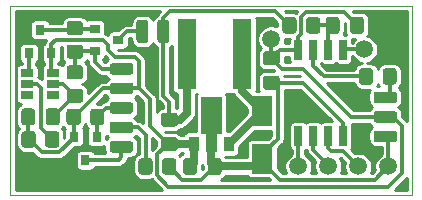
<source format=gbr>
G04 This is an RS-274x file exported by *
G04 gerbv version 2.6A *
G04 More information is available about gerbv at *
G04 http://gerbv.geda-project.org/ *
G04 --End of header info--*
%MOIN*%
%FSLAX34Y34*%
%IPPOS*%
G04 --Define apertures--*
%ADD10C,0.0020*%
%ADD11R,0.0630X0.2323*%
%ADD12C,0.0039*%
%ADD13R,0.0354X0.0512*%
%ADD14R,0.0354X0.0315*%
%ADD15R,0.0315X0.0354*%
%ADD16R,0.0417X0.0256*%
%ADD17R,0.0709X0.0984*%
%ADD18C,0.0591*%
%ADD19R,0.0256X0.0669*%
%ADD20C,0.0118*%
%ADD21C,0.0276*%
%ADD22C,0.0100*%
%ADD23C,0.0039*%
G04 --Start main section--*
G54D10*
G01X0000000Y0006299D02*
G01X0000000Y0000000D01*
G01X0013386Y0006299D02*
G01X0000000Y0006299D01*
G01X0013386Y0000000D02*
G01X0013386Y0006299D01*
G01X0000000Y0000000D02*
G01X0013386Y0000000D01*
G54D11*
G01X0007725Y0004700D03*
G01X0005875Y0004700D03*
G54D12*
G36*
G01X0007041Y0003256D02*
G01X0007041Y0002025D01*
G01X0006877Y0002025D01*
G01X0006877Y0001444D01*
G01X0006523Y0001444D01*
G01X0006523Y0002025D01*
G01X0006359Y0002025D01*
G01X0006359Y0003256D01*
G01X0007041Y0003256D01*
G37*
G54D13*
G01X0007291Y0001700D03*
G01X0006109Y0001700D03*
G36*
G01X0003414Y0004397D02*
G01X0004005Y0004397D01*
G75*
G02X0004103Y0004298I0000000J-000098D01*
G01X0004103Y0004102D01*
G75*
G02X0004005Y0004003I-000098J0000000D01*
G01X0003414Y0004003D01*
G75*
G02X0003316Y0004102I0000000J0000098D01*
G01X0003316Y0004298D01*
G75*
G02X0003414Y0004397I0000098J0000000D01*
G37*
G36*
G01X0003414Y0003747D02*
G01X0004005Y0003747D01*
G75*
G02X0004103Y0003648I0000000J-000098D01*
G01X0004103Y0003452D01*
G75*
G02X0004005Y0003353I-000098J0000000D01*
G01X0003414Y0003353D01*
G75*
G02X0003316Y0003452I0000000J0000098D01*
G01X0003316Y0003648D01*
G75*
G02X0003414Y0003747I0000098J0000000D01*
G37*
G54D14*
G01X0003594Y0005167D03*
G01X0002806Y0004793D03*
G01X0002806Y0005541D03*
G54D15*
G01X0000617Y0004723D03*
G01X0001365Y0004723D03*
G01X0000991Y0005511D03*
G54D16*
G01X0000562Y0004074D03*
G01X0000562Y0003700D03*
G01X0000562Y0003326D03*
G01X0001428Y0003326D03*
G01X0001428Y0004074D03*
G01X0001428Y0003700D03*
G36*
G01X0000823Y0002787D02*
G01X0000823Y0002413D01*
G75*
G02X0000724Y0002315I-000098J0000000D01*
G01X0000459Y0002315D01*
G75*
G02X0000360Y0002413I0000000J0000098D01*
G01X0000360Y0002787D01*
G75*
G02X0000459Y0002885I0000098J0000000D01*
G01X0000724Y0002885D01*
G75*
G02X0000823Y0002787I0000000J-000098D01*
G37*
G36*
G01X0001640Y0002787D02*
G01X0001640Y0002413D01*
G75*
G02X0001541Y0002315I-000098J0000000D01*
G01X0001276Y0002315D01*
G75*
G02X0001177Y0002413I0000000J0000098D01*
G01X0001177Y0002787D01*
G75*
G02X0001276Y0002885I0000098J0000000D01*
G01X0001541Y0002885D01*
G75*
G02X0001640Y0002787I0000000J-000098D01*
G37*
G36*
G01X0005113Y0002740D02*
G01X0005487Y0002740D01*
G75*
G02X0005585Y0002641I0000000J-000098D01*
G01X0005585Y0002376D01*
G75*
G02X0005487Y0002277I-000098J0000000D01*
G01X0005113Y0002277D01*
G75*
G02X0005015Y0002376I0000000J0000098D01*
G01X0005015Y0002641D01*
G75*
G02X0005113Y0002740I0000098J0000000D01*
G37*
G36*
G01X0005113Y0001923D02*
G01X0005487Y0001923D01*
G75*
G02X0005585Y0001824I0000000J-000098D01*
G01X0005585Y0001559D01*
G75*
G02X0005487Y0001460I-000098J0000000D01*
G01X0005113Y0001460D01*
G75*
G02X0005015Y0001559I0000000J0000098D01*
G01X0005015Y0001824D01*
G75*
G02X0005113Y0001923I0000098J0000000D01*
G37*
G36*
G01X0007040Y0001137D02*
G01X0007040Y0000763D01*
G75*
G02X0006941Y0000665I-000098J0000000D01*
G01X0006676Y0000665D01*
G75*
G02X0006577Y0000763I0000000J0000098D01*
G01X0006577Y0001137D01*
G75*
G02X0006676Y0001235I0000098J0000000D01*
G01X0006941Y0001235D01*
G75*
G02X0007040Y0001137I0000000J-000098D01*
G37*
G36*
G01X0006223Y0001137D02*
G01X0006223Y0000763D01*
G75*
G02X0006124Y0000665I-000098J0000000D01*
G01X0005859Y0000665D01*
G75*
G02X0005760Y0000763I0000000J0000098D01*
G01X0005760Y0001137D01*
G75*
G02X0005859Y0001235I0000098J0000000D01*
G01X0006124Y0001235D01*
G75*
G02X0006223Y0001137I0000000J-000098D01*
G37*
G54D17*
G01X0008400Y0001213D03*
G01X0008400Y0002787D03*
G36*
G01X0012795Y0001753D02*
G01X0012205Y0001753D01*
G75*
G02X0012106Y0001852I0000000J0000098D01*
G01X0012106Y0002048D01*
G75*
G02X0012205Y0002147I0000098J0000000D01*
G01X0012795Y0002147D01*
G75*
G02X0012894Y0002048I0000000J-000098D01*
G01X0012894Y0001852D01*
G75*
G02X0012795Y0001753I-000098J0000000D01*
G37*
G36*
G01X0004903Y0005155D02*
G01X0004903Y0005745D01*
G75*
G02X0005002Y0005844I0000098J0000000D01*
G01X0005198Y0005844D01*
G75*
G02X0005297Y0005745I0000000J-000098D01*
G01X0005297Y0005155D01*
G75*
G02X0005198Y0005056I-000098J0000000D01*
G01X0005002Y0005056D01*
G75*
G02X0004903Y0005155I0000000J0000098D01*
G37*
G36*
G01X0004203Y0005155D02*
G01X0004203Y0005745D01*
G75*
G02X0004302Y0005844I0000098J0000000D01*
G01X0004498Y0005844D01*
G75*
G02X0004597Y0005745I0000000J-000098D01*
G01X0004597Y0005155D01*
G75*
G02X0004498Y0005056I-000098J0000000D01*
G01X0004302Y0005056D01*
G75*
G02X0004203Y0005155I0000000J0000098D01*
G37*
G36*
G01X0003995Y0002703D02*
G01X0003405Y0002703D01*
G75*
G02X0003306Y0002802I0000000J0000098D01*
G01X0003306Y0002998D01*
G75*
G02X0003405Y0003097I0000098J0000000D01*
G01X0003995Y0003097D01*
G75*
G02X0004094Y0002998I0000000J-000098D01*
G01X0004094Y0002802D01*
G75*
G02X0003995Y0002703I-000098J0000000D01*
G37*
G36*
G01X0003995Y0002053D02*
G01X0003405Y0002053D01*
G75*
G02X0003306Y0002152I0000000J0000098D01*
G01X0003306Y0002348D01*
G75*
G02X0003405Y0002447I0000098J0000000D01*
G01X0003995Y0002447D01*
G75*
G02X0004094Y0002348I0000000J-000098D01*
G01X0004094Y0002152D01*
G75*
G02X0003995Y0002053I-000098J0000000D01*
G37*
G36*
G01X0003405Y0001797D02*
G01X0003995Y0001797D01*
G75*
G02X0004094Y0001698I0000000J-000098D01*
G01X0004094Y0001502D01*
G75*
G02X0003995Y0001403I-000098J0000000D01*
G01X0003405Y0001403D01*
G75*
G02X0003306Y0001502I0000000J0000098D01*
G01X0003306Y0001698D01*
G75*
G02X0003405Y0001797I0000098J0000000D01*
G37*
G36*
G01X0012795Y0003053D02*
G01X0012205Y0003053D01*
G75*
G02X0012106Y0003152I0000000J0000098D01*
G01X0012106Y0003348D01*
G75*
G02X0012205Y0003447I0000098J0000000D01*
G01X0012795Y0003447D01*
G75*
G02X0012894Y0003348I0000000J-000098D01*
G01X0012894Y0003152D01*
G75*
G02X0012795Y0003053I-000098J0000000D01*
G37*
G36*
G01X0012795Y0002403D02*
G01X0012205Y0002403D01*
G75*
G02X0012106Y0002502I0000000J0000098D01*
G01X0012106Y0002698D01*
G75*
G02X0012205Y0002797I0000098J0000000D01*
G01X0012795Y0002797D01*
G75*
G02X0012894Y0002698I0000000J-000098D01*
G01X0012894Y0002502D01*
G75*
G02X0012795Y0002403I-000098J0000000D01*
G37*
G54D15*
G01X0002874Y0001944D03*
G01X0002126Y0001944D03*
G01X0002500Y0001156D03*
G36*
G01X0001973Y0005797D02*
G01X0002327Y0005797D01*
G75*
G02X0002426Y0005698I0000000J-000098D01*
G01X0002426Y0005423D01*
G75*
G02X0002327Y0005324I-000098J0000000D01*
G01X0001973Y0005324D01*
G75*
G02X0001874Y0005423I0000000J0000098D01*
G01X0001874Y0005698D01*
G75*
G02X0001973Y0005797I0000098J0000000D01*
G37*
G36*
G01X0001973Y0005009D02*
G01X0002327Y0005009D01*
G75*
G02X0002426Y0004911I0000000J-000098D01*
G01X0002426Y0004635D01*
G75*
G02X0002327Y0004537I-000098J0000000D01*
G01X0001973Y0004537D01*
G75*
G02X0001874Y0004635I0000000J0000098D01*
G01X0001874Y0004911D01*
G75*
G02X0001973Y0005009I0000098J0000000D01*
G37*
G36*
G01X0002327Y0003851D02*
G01X0001973Y0003851D01*
G75*
G02X0001874Y0003950I0000000J0000098D01*
G01X0001874Y0004225D01*
G75*
G02X0001973Y0004324I0000098J0000000D01*
G01X0002327Y0004324D01*
G75*
G02X0002426Y0004225I0000000J-000098D01*
G01X0002426Y0003950D01*
G75*
G02X0002327Y0003851I-000098J0000000D01*
G37*
G36*
G01X0002327Y0003064D02*
G01X0001973Y0003064D01*
G75*
G02X0001874Y0003162I0000000J0000098D01*
G01X0001874Y0003438D01*
G75*
G02X0001973Y0003536I0000098J0000000D01*
G01X0002327Y0003536D01*
G75*
G02X0002426Y0003438I0000000J-000098D01*
G01X0002426Y0003162D01*
G75*
G02X0002327Y0003064I-000098J0000000D01*
G37*
G36*
G01X0001630Y0002027D02*
G01X0001630Y0001673D01*
G75*
G02X0001531Y0001574I-000098J0000000D01*
G01X0001256Y0001574D01*
G75*
G02X0001157Y0001673I0000000J0000098D01*
G01X0001157Y0002027D01*
G75*
G02X0001256Y0002126I0000098J0000000D01*
G01X0001531Y0002126D01*
G75*
G02X0001630Y0002027I0000000J-000098D01*
G37*
G36*
G01X0000843Y0002027D02*
G01X0000843Y0001673D01*
G75*
G02X0000744Y0001574I-000098J0000000D01*
G01X0000469Y0001574D01*
G75*
G02X0000370Y0001673I0000000J0000098D01*
G01X0000370Y0002027D01*
G75*
G02X0000469Y0002126I0000098J0000000D01*
G01X0000744Y0002126D01*
G75*
G02X0000843Y0002027I0000000J-000098D01*
G37*
G36*
G01X0002657Y0002423D02*
G01X0002657Y0002777D01*
G75*
G02X0002756Y0002876I0000098J0000000D01*
G01X0003031Y0002876D01*
G75*
G02X0003130Y0002777I0000000J-000098D01*
G01X0003130Y0002423D01*
G75*
G02X0003031Y0002324I-000098J0000000D01*
G01X0002756Y0002324D01*
G75*
G02X0002657Y0002423I0000000J0000098D01*
G37*
G36*
G01X0001870Y0002423D02*
G01X0001870Y0002777D01*
G75*
G02X0001969Y0002876I0000098J0000000D01*
G01X0002244Y0002876D01*
G75*
G02X0002343Y0002777I0000000J-000098D01*
G01X0002343Y0002423D01*
G75*
G02X0002244Y0002324I-000098J0000000D01*
G01X0001969Y0002324D01*
G75*
G02X0001870Y0002423I0000000J0000098D01*
G37*
G36*
G01X0004743Y0001127D02*
G01X0004743Y0000773D01*
G75*
G02X0004644Y0000674I-000098J0000000D01*
G01X0004369Y0000674D01*
G75*
G02X0004270Y0000773I0000000J0000098D01*
G01X0004270Y0001127D01*
G75*
G02X0004369Y0001226I0000098J0000000D01*
G01X0004644Y0001226D01*
G75*
G02X0004743Y0001127I0000000J-000098D01*
G37*
G36*
G01X0005530Y0001127D02*
G01X0005530Y0000773D01*
G75*
G02X0005431Y0000674I-000098J0000000D01*
G01X0005156Y0000674D01*
G75*
G02X0005057Y0000773I0000000J0000098D01*
G01X0005057Y0001127D01*
G75*
G02X0005156Y0001226I0000098J0000000D01*
G01X0005431Y0001226D01*
G75*
G02X0005530Y0001127I0000000J-000098D01*
G37*
G36*
G01X0012880Y0004127D02*
G01X0012880Y0003773D01*
G75*
G02X0012781Y0003674I-000098J0000000D01*
G01X0012506Y0003674D01*
G75*
G02X0012407Y0003773I0000000J0000098D01*
G01X0012407Y0004127D01*
G75*
G02X0012506Y0004226I0000098J0000000D01*
G01X0012781Y0004226D01*
G75*
G02X0012880Y0004127I0000000J-000098D01*
G37*
G36*
G01X0012093Y0004127D02*
G01X0012093Y0003773D01*
G75*
G02X0011994Y0003674I-000098J0000000D01*
G01X0011719Y0003674D01*
G75*
G02X0011620Y0003773I0000000J0000098D01*
G01X0011620Y0004127D01*
G75*
G02X0011719Y0004226I0000098J0000000D01*
G01X0011994Y0004226D01*
G75*
G02X0012093Y0004127I0000000J-000098D01*
G37*
G54D18*
G01X0010600Y0000950D03*
G01X0012600Y0000950D03*
G01X0011600Y0000950D03*
G01X0009600Y0000950D03*
G01X0011800Y0004850D03*
G01X0008700Y0005200D03*
G54D19*
G01X0011100Y0004837D03*
G01X0010600Y0004837D03*
G01X0010100Y0004837D03*
G01X0009600Y0004837D03*
G01X0009600Y0001963D03*
G01X0010100Y0001963D03*
G01X0010600Y0001963D03*
G01X0011100Y0001963D03*
G36*
G01X0011327Y0005463D02*
G01X0011327Y0005837D01*
G75*
G02X0011426Y0005935I0000098J0000000D01*
G01X0011691Y0005935D01*
G75*
G02X0011790Y0005837I0000000J-000098D01*
G01X0011790Y0005463D01*
G75*
G02X0011691Y0005365I-000098J0000000D01*
G01X0011426Y0005365D01*
G75*
G02X0011327Y0005463I0000000J0000098D01*
G37*
G36*
G01X0010510Y0005463D02*
G01X0010510Y0005837D01*
G75*
G02X0010609Y0005935I0000098J0000000D01*
G01X0010874Y0005935D01*
G75*
G02X0010973Y0005837I0000000J-000098D01*
G01X0010973Y0005463D01*
G75*
G02X0010874Y0005365I-000098J0000000D01*
G01X0010609Y0005365D01*
G75*
G02X0010510Y0005463I0000000J0000098D01*
G37*
G36*
G01X0008887Y0003510D02*
G01X0008513Y0003510D01*
G75*
G02X0008415Y0003609I0000000J0000098D01*
G01X0008415Y0003874D01*
G75*
G02X0008513Y0003973I0000098J0000000D01*
G01X0008887Y0003973D01*
G75*
G02X0008985Y0003874I0000000J-000098D01*
G01X0008985Y0003609D01*
G75*
G02X0008887Y0003510I-000098J0000000D01*
G37*
G36*
G01X0008887Y0004327D02*
G01X0008513Y0004327D01*
G75*
G02X0008415Y0004426I0000000J0000098D01*
G01X0008415Y0004691D01*
G75*
G02X0008513Y0004790I0000098J0000000D01*
G01X0008887Y0004790D01*
G75*
G02X0008985Y0004691I0000000J-000098D01*
G01X0008985Y0004426D01*
G75*
G02X0008887Y0004327I-000098J0000000D01*
G37*
G36*
G01X0009070Y0005473D02*
G01X0009070Y0005827D01*
G75*
G02X0009169Y0005926I0000098J0000000D01*
G01X0009444Y0005926D01*
G75*
G02X0009543Y0005827I0000000J-000098D01*
G01X0009543Y0005473D01*
G75*
G02X0009444Y0005374I-000098J0000000D01*
G01X0009169Y0005374D01*
G75*
G02X0009070Y0005473I0000000J0000098D01*
G37*
G36*
G01X0009857Y0005473D02*
G01X0009857Y0005827D01*
G75*
G02X0009956Y0005926I0000098J0000000D01*
G01X0010231Y0005926D01*
G75*
G02X0010330Y0005827I0000000J-000098D01*
G01X0010330Y0005473D01*
G75*
G02X0010231Y0005374I-000098J0000000D01*
G01X0009956Y0005374D01*
G75*
G02X0009857Y0005473I0000000J0000098D01*
G37*
G54D20*
G01X0001750Y0003700D02*
G01X0002150Y0003300D01*
G01X0001428Y0003700D02*
G01X0001750Y0003700D01*
G01X0002108Y0003300D02*
G01X0001408Y0002600D01*
G01X0002150Y0003300D02*
G01X0002108Y0003300D01*
G01X0001365Y0004138D02*
G01X0001428Y0004074D01*
G01X0001365Y0004723D02*
G01X0001365Y0004138D01*
G01X0002126Y0002580D02*
G01X0002106Y0002600D01*
G01X0002126Y0001944D02*
G01X0002126Y0002580D01*
G01X0009587Y0004850D02*
G01X0009600Y0004837D01*
G01X0002127Y0002600D02*
G01X0002106Y0002600D01*
G01X0003077Y0003550D02*
G01X0002127Y0002600D01*
G01X0003709Y0003550D02*
G01X0003077Y0003550D01*
G01X0005309Y0001700D02*
G01X0005300Y0001692D01*
G01X0003709Y0003550D02*
G01X0004300Y0003550D01*
G01X0004300Y0003550D02*
G01X0004650Y0003200D01*
G01X0004650Y0003200D02*
G01X0004650Y0002300D01*
G01X0005258Y0001692D02*
G01X0005300Y0001692D01*
G01X0004650Y0002300D02*
G01X0005258Y0001692D01*
G01X0000592Y0001865D02*
G01X0000606Y0001850D01*
G01X0000592Y0002600D02*
G01X0000592Y0001865D01*
G01X0001039Y0001417D02*
G01X0000606Y0001850D01*
G01X0001637Y0001417D02*
G01X0001039Y0001417D01*
G01X0002126Y0001905D02*
G01X0001637Y0001417D01*
G01X0002126Y0001944D02*
G01X0002126Y0001905D01*
G01X0004300Y0004450D02*
G01X0004300Y0003550D01*
G01X0004150Y0004600D02*
G01X0004300Y0004450D01*
G01X0003500Y0004600D02*
G01X0004150Y0004600D01*
G01X0003259Y0004841D02*
G01X0003500Y0004600D01*
G01X0003083Y0005167D02*
G01X0003259Y0004991D01*
G01X0001513Y0005167D02*
G01X0003083Y0005167D01*
G01X0001365Y0005019D02*
G01X0001513Y0005167D01*
G01X0003259Y0004991D02*
G01X0003259Y0004841D01*
G01X0001365Y0004723D02*
G01X0001365Y0005019D01*
G54D21*
G01X0006101Y0001692D02*
G01X0006109Y0001700D01*
G01X0005300Y0001692D02*
G01X0006101Y0001692D01*
G01X0006109Y0001068D02*
G01X0005992Y0000950D01*
G01X0006109Y0001700D02*
G01X0006109Y0001068D01*
G54D20*
G01X0009600Y0004600D02*
G01X0009600Y0004837D01*
G01X0008700Y0005200D02*
G01X0008700Y0004558D01*
G01X0009700Y0005933D02*
G01X0009700Y0005350D01*
G01X0009860Y0006093D02*
G01X0009700Y0005933D01*
G01X0011116Y0006093D02*
G01X0009860Y0006093D01*
G01X0011558Y0005650D02*
G01X0011116Y0006093D01*
G01X0009600Y0005250D02*
G01X0009600Y0004837D01*
G01X0009700Y0005350D02*
G01X0009600Y0005250D01*
G01X0008979Y0004837D02*
G01X0008700Y0004558D01*
G01X0009600Y0004837D02*
G01X0008979Y0004837D01*
G01X0009058Y0004200D02*
G01X0008700Y0004558D01*
G01X0009750Y0004200D02*
G01X0009058Y0004200D01*
G01X0011350Y0002600D02*
G01X0009750Y0004200D01*
G01X0012500Y0002600D02*
G01X0011350Y0002600D01*
G01X0004900Y0001350D02*
G01X0005242Y0001692D01*
G01X0004900Y0000650D02*
G01X0004900Y0001350D01*
G01X0005269Y0000281D02*
G01X0004900Y0000650D01*
G01X0012601Y0000281D02*
G01X0005269Y0000281D01*
G01X0005242Y0001692D02*
G01X0005300Y0001692D01*
G01X0013053Y0000733D02*
G01X0012601Y0000281D01*
G01X0013053Y0002297D02*
G01X0013053Y0000733D01*
G01X0012750Y0002600D02*
G01X0013053Y0002297D01*
G01X0012500Y0002600D02*
G01X0012750Y0002600D01*
G01X0002170Y0004793D02*
G01X0002150Y0004773D01*
G01X0002806Y0004793D02*
G01X0002170Y0004793D01*
G01X0002150Y0004773D02*
G01X0002150Y0004087D01*
G01X0002806Y0004793D02*
G01X0002806Y0004444D01*
G01X0003050Y0004200D02*
G01X0003709Y0004200D01*
G01X0002806Y0004444D02*
G01X0003050Y0004200D01*
G01X0002100Y0005511D02*
G01X0002150Y0005561D01*
G01X0000991Y0005511D02*
G01X0002100Y0005511D01*
G01X0002170Y0005541D02*
G01X0002150Y0005561D01*
G01X0002806Y0005541D02*
G01X0002170Y0005541D01*
G01X0000617Y0004128D02*
G01X0000562Y0004074D01*
G01X0000617Y0004723D02*
G01X0000617Y0004128D01*
G01X0000562Y0003700D02*
G01X0000889Y0003700D01*
G01X0001020Y0003569D02*
G01X0000889Y0003700D01*
G01X0001020Y0002224D02*
G01X0001020Y0003569D01*
G01X0001394Y0001850D02*
G01X0001020Y0002224D01*
G01X0010742Y0005650D02*
G01X0010706Y0005650D01*
G01X0010094Y0005650D02*
G01X0010742Y0005650D01*
G01X0010600Y0005508D02*
G01X0010742Y0005650D01*
G01X0010600Y0004837D02*
G01X0010600Y0005508D01*
G01X0005300Y0002508D02*
G01X0005308Y0002508D01*
G01X0005875Y0005575D02*
G01X0005875Y0004700D01*
G01X0005100Y0003300D02*
G01X0005300Y0003100D01*
G01X0005100Y0005450D02*
G01X0005100Y0003300D01*
G54D21*
G01X0005875Y0004700D02*
G01X0005875Y0002725D01*
G01X0005658Y0002508D02*
G01X0005300Y0002508D01*
G01X0005875Y0002725D02*
G01X0005658Y0002508D01*
G54D20*
G01X0005300Y0003100D02*
G01X0005300Y0002508D01*
G01X0012487Y0001963D02*
G01X0012500Y0001950D01*
G01X0012600Y0001850D02*
G01X0012500Y0001950D01*
G01X0012600Y0000950D02*
G01X0012600Y0001850D01*
G01X0006366Y0000507D02*
G01X0006808Y0000950D01*
G01X0005737Y0000507D02*
G01X0006366Y0000507D01*
G01X0005294Y0000950D02*
G01X0005737Y0000507D01*
G54D21*
G01X0006700Y0001058D02*
G01X0006808Y0000950D01*
G01X0006700Y0001735D02*
G01X0006700Y0001058D01*
G01X0008137Y0000950D02*
G01X0008400Y0001213D01*
G01X0006808Y0000950D02*
G01X0008137Y0000950D01*
G54D20*
G01X0008912Y0003530D02*
G01X0008700Y0003742D01*
G01X0008912Y0001862D02*
G01X0008912Y0003530D01*
G01X0008400Y0001350D02*
G01X0008912Y0001862D01*
G01X0008400Y0001213D02*
G01X0008400Y0001350D01*
G01X0012147Y0000497D02*
G01X0012600Y0000950D01*
G01X0009003Y0000497D02*
G01X0012147Y0000497D01*
G01X0008400Y0001100D02*
G01X0009003Y0000497D01*
G01X0008400Y0001213D02*
G01X0008400Y0001100D01*
G01X0011100Y0002400D02*
G01X0011100Y0001963D01*
G01X0009758Y0003742D02*
G01X0011100Y0002400D01*
G01X0008700Y0003742D02*
G01X0009758Y0003742D01*
G54D21*
G01X0007725Y0003462D02*
G01X0008400Y0002787D01*
G01X0007725Y0004700D02*
G01X0007725Y0003462D01*
G01X0008378Y0002787D02*
G01X0007291Y0001700D01*
G01X0008400Y0002787D02*
G01X0008378Y0002787D01*
G54D20*
G01X0003877Y0005450D02*
G01X0003594Y0005167D01*
G01X0003877Y0005450D02*
G01X0004400Y0005450D01*
G01X0002874Y0002580D02*
G01X0002894Y0002600D01*
G01X0002874Y0001944D02*
G01X0002874Y0002580D01*
G01X0003194Y0002900D02*
G01X0002894Y0002600D01*
G01X0003700Y0002900D02*
G01X0003194Y0002900D01*
G01X0004506Y0001837D02*
G01X0004506Y0000950D01*
G01X0003700Y0002250D02*
G01X0004250Y0002250D01*
G01X0004506Y0001994D02*
G01X0004506Y0001837D01*
G01X0004250Y0002250D02*
G01X0004506Y0001994D01*
G01X0002500Y0001156D02*
G01X0003606Y0001156D01*
G01X0003700Y0001250D02*
G01X0003700Y0001600D01*
G01X0003606Y0001156D02*
G01X0003700Y0001250D01*
G01X0012644Y0003394D02*
G01X0012500Y0003250D01*
G01X0012644Y0003950D02*
G01X0012644Y0003394D01*
G01X0010100Y0004300D02*
G01X0010100Y0004837D01*
G01X0010450Y0003950D02*
G01X0010100Y0004300D01*
G01X0011856Y0003950D02*
G01X0010450Y0003950D01*
G01X0010600Y0001010D02*
G01X0010600Y0000950D01*
G01X0010100Y0001510D02*
G01X0010600Y0001010D01*
G01X0010100Y0001963D02*
G01X0010100Y0001510D01*
G01X0010600Y0001963D02*
G01X0010600Y0001550D01*
G01X0010600Y0001550D02*
G01X0010700Y0001450D01*
G01X0011100Y0001450D02*
G01X0011600Y0000950D01*
G01X0010700Y0001450D02*
G01X0011100Y0001450D01*
G01X0009600Y0001963D02*
G01X0009600Y0000950D01*
G01X0011113Y0004850D02*
G01X0011100Y0004837D01*
G01X0011800Y0004850D02*
G01X0011113Y0004850D01*
G01X0005100Y0005900D02*
G01X0005100Y0005450D01*
G01X0005332Y0006132D02*
G01X0005100Y0005900D01*
G01X0008818Y0006132D02*
G01X0005332Y0006132D01*
G01X0009300Y0005650D02*
G01X0008818Y0006132D01*
G01X0009306Y0005650D02*
G01X0009300Y0005650D01*
G54D22*
G01X0013208Y0000178D02*
G01X0012819Y0000178D01*
G01X0012819Y0000178D02*
G01X0013205Y0000564D01*
G01X0013205Y0000564D02*
G01X0013208Y0000566D01*
G01X0013208Y0000566D02*
G01X0013208Y0000178D01*
G54D23*
G36*
G01X0013208Y0000178D02*
G01X0012819Y0000178D01*
G01X0013205Y0000564D01*
G01X0013208Y0000566D01*
G01X0013208Y0000178D01*
G37*
G54D22*
G01X0004947Y0006069D02*
G01X0004939Y0006061D01*
G01X0004939Y0006061D02*
G01X0004910Y0006027D01*
G01X0004910Y0006027D02*
G01X0004889Y0005987D01*
G01X0004889Y0005987D02*
G01X0004889Y0005987D01*
G01X0004889Y0005987D02*
G01X0004853Y0005968D01*
G01X0004853Y0005968D02*
G01X0004813Y0005934D01*
G01X0004813Y0005934D02*
G01X0004779Y0005894D01*
G01X0004779Y0005894D02*
G01X0004755Y0005848D01*
G01X0004755Y0005848D02*
G01X0004750Y0005832D01*
G01X0004750Y0005832D02*
G01X0004745Y0005848D01*
G01X0004745Y0005848D02*
G01X0004721Y0005894D01*
G01X0004721Y0005894D02*
G01X0004687Y0005934D01*
G01X0004687Y0005934D02*
G01X0004647Y0005968D01*
G01X0004647Y0005968D02*
G01X0004601Y0005992D01*
G01X0004601Y0005992D02*
G01X0004551Y0006007D01*
G01X0004551Y0006007D02*
G01X0004498Y0006013D01*
G01X0004498Y0006013D02*
G01X0004302Y0006013D01*
G01X0004302Y0006013D02*
G01X0004249Y0006007D01*
G01X0004249Y0006007D02*
G01X0004199Y0005992D01*
G01X0004199Y0005992D02*
G01X0004153Y0005968D01*
G01X0004153Y0005968D02*
G01X0004113Y0005934D01*
G01X0004113Y0005934D02*
G01X0004079Y0005894D01*
G01X0004079Y0005894D02*
G01X0004055Y0005848D01*
G01X0004055Y0005848D02*
G01X0004039Y0005797D01*
G01X0004039Y0005797D02*
G01X0004034Y0005745D01*
G01X0004034Y0005745D02*
G01X0004034Y0005677D01*
G01X0004034Y0005677D02*
G01X0003888Y0005677D01*
G01X0003888Y0005677D02*
G01X0003877Y0005678D01*
G01X0003877Y0005678D02*
G01X0003832Y0005674D01*
G01X0003832Y0005674D02*
G01X0003789Y0005661D01*
G01X0003789Y0005661D02*
G01X0003779Y0005655D01*
G01X0003779Y0005655D02*
G01X0003750Y0005640D01*
G01X0003750Y0005640D02*
G01X0003715Y0005611D01*
G01X0003715Y0005611D02*
G01X0003708Y0005603D01*
G01X0003708Y0005603D02*
G01X0003599Y0005493D01*
G01X0003599Y0005493D02*
G01X0003417Y0005493D01*
G01X0003417Y0005493D02*
G01X0003384Y0005490D01*
G01X0003384Y0005490D02*
G01X0003352Y0005480D01*
G01X0003352Y0005480D02*
G01X0003323Y0005465D01*
G01X0003323Y0005465D02*
G01X0003297Y0005444D01*
G01X0003297Y0005444D02*
G01X0003276Y0005418D01*
G01X0003276Y0005418D02*
G01X0003260Y0005389D01*
G01X0003260Y0005389D02*
G01X0003251Y0005357D01*
G01X0003251Y0005357D02*
G01X0003248Y0005325D01*
G01X0003248Y0005325D02*
G01X0003244Y0005328D01*
G01X0003244Y0005328D02*
G01X0003210Y0005357D01*
G01X0003210Y0005357D02*
G01X0003170Y0005378D01*
G01X0003170Y0005378D02*
G01X0003152Y0005383D01*
G01X0003152Y0005383D02*
G01X0003152Y0005383D01*
G01X0003152Y0005383D02*
G01X0003152Y0005698D01*
G01X0003152Y0005698D02*
G01X0003149Y0005731D01*
G01X0003149Y0005731D02*
G01X0003140Y0005763D01*
G01X0003140Y0005763D02*
G01X0003124Y0005792D01*
G01X0003124Y0005792D02*
G01X0003103Y0005818D01*
G01X0003103Y0005818D02*
G01X0003077Y0005839D01*
G01X0003077Y0005839D02*
G01X0003048Y0005854D01*
G01X0003048Y0005854D02*
G01X0003016Y0005864D01*
G01X0003016Y0005864D02*
G01X0002983Y0005867D01*
G01X0002983Y0005867D02*
G01X0002629Y0005867D01*
G01X0002629Y0005867D02*
G01X0002596Y0005864D01*
G01X0002596Y0005864D02*
G01X0002564Y0005854D01*
G01X0002564Y0005854D02*
G01X0002550Y0005847D01*
G01X0002550Y0005847D02*
G01X0002549Y0005847D01*
G01X0002549Y0005847D02*
G01X0002516Y0005887D01*
G01X0002516Y0005887D02*
G01X0002476Y0005921D01*
G01X0002476Y0005921D02*
G01X0002429Y0005945D01*
G01X0002429Y0005945D02*
G01X0002379Y0005961D01*
G01X0002379Y0005961D02*
G01X0002327Y0005966D01*
G01X0002327Y0005966D02*
G01X0001973Y0005966D01*
G01X0001973Y0005966D02*
G01X0001921Y0005961D01*
G01X0001921Y0005961D02*
G01X0001871Y0005945D01*
G01X0001871Y0005945D02*
G01X0001824Y0005921D01*
G01X0001824Y0005921D02*
G01X0001784Y0005887D01*
G01X0001784Y0005887D02*
G01X0001751Y0005847D01*
G01X0001751Y0005847D02*
G01X0001726Y0005801D01*
G01X0001726Y0005801D02*
G01X0001711Y0005751D01*
G01X0001711Y0005751D02*
G01X0001709Y0005738D01*
G01X0001709Y0005738D02*
G01X0001309Y0005738D01*
G01X0001309Y0005738D02*
G01X0001304Y0005752D01*
G01X0001304Y0005752D02*
G01X0001288Y0005782D01*
G01X0001288Y0005782D02*
G01X0001267Y0005807D01*
G01X0001267Y0005807D02*
G01X0001242Y0005828D01*
G01X0001242Y0005828D02*
G01X0001213Y0005844D01*
G01X0001213Y0005844D02*
G01X0001181Y0005853D01*
G01X0001181Y0005853D02*
G01X0001148Y0005857D01*
G01X0001148Y0005857D02*
G01X0000833Y0005857D01*
G01X0000833Y0005857D02*
G01X0000800Y0005853D01*
G01X0000800Y0005853D02*
G01X0000768Y0005844D01*
G01X0000768Y0005844D02*
G01X0000739Y0005828D01*
G01X0000739Y0005828D02*
G01X0000714Y0005807D01*
G01X0000714Y0005807D02*
G01X0000693Y0005782D01*
G01X0000693Y0005782D02*
G01X0000677Y0005752D01*
G01X0000677Y0005752D02*
G01X0000667Y0005721D01*
G01X0000667Y0005721D02*
G01X0000664Y0005688D01*
G01X0000664Y0005688D02*
G01X0000664Y0005333D01*
G01X0000664Y0005333D02*
G01X0000667Y0005301D01*
G01X0000667Y0005301D02*
G01X0000677Y0005269D01*
G01X0000677Y0005269D02*
G01X0000693Y0005240D01*
G01X0000693Y0005240D02*
G01X0000714Y0005214D01*
G01X0000714Y0005214D02*
G01X0000739Y0005193D01*
G01X0000739Y0005193D02*
G01X0000768Y0005177D01*
G01X0000768Y0005177D02*
G01X0000800Y0005168D01*
G01X0000800Y0005168D02*
G01X0000833Y0005165D01*
G01X0000833Y0005165D02*
G01X0001148Y0005165D01*
G01X0001148Y0005165D02*
G01X0001181Y0005168D01*
G01X0001181Y0005168D02*
G01X0001197Y0005173D01*
G01X0001197Y0005173D02*
G01X0001196Y0005171D01*
G01X0001196Y0005171D02*
G01X0001196Y0005171D01*
G01X0001196Y0005171D02*
G01X0001191Y0005165D01*
G01X0001191Y0005165D02*
G01X0001175Y0005145D01*
G01X0001175Y0005145D02*
G01X0001160Y0005118D01*
G01X0001160Y0005118D02*
G01X0001154Y0005106D01*
G01X0001154Y0005106D02*
G01X0001141Y0005063D01*
G01X0001141Y0005063D02*
G01X0001140Y0005055D01*
G01X0001140Y0005055D02*
G01X0001113Y0005041D01*
G01X0001113Y0005041D02*
G01X0001088Y0005020D01*
G01X0001088Y0005020D02*
G01X0001067Y0004994D01*
G01X0001067Y0004994D02*
G01X0001051Y0004965D01*
G01X0001051Y0004965D02*
G01X0001041Y0004933D01*
G01X0001041Y0004933D02*
G01X0001038Y0004900D01*
G01X0001038Y0004900D02*
G01X0001038Y0004546D01*
G01X0001038Y0004546D02*
G01X0001041Y0004513D01*
G01X0001041Y0004513D02*
G01X0001051Y0004481D01*
G01X0001051Y0004481D02*
G01X0001067Y0004452D01*
G01X0001067Y0004452D02*
G01X0001088Y0004427D01*
G01X0001088Y0004427D02*
G01X0001113Y0004406D01*
G01X0001113Y0004406D02*
G01X0001137Y0004393D01*
G01X0001137Y0004393D02*
G01X0001137Y0004349D01*
G01X0001137Y0004349D02*
G01X0001126Y0004342D01*
G01X0001126Y0004342D02*
G01X0001100Y0004321D01*
G01X0001100Y0004321D02*
G01X0001079Y0004296D01*
G01X0001079Y0004296D02*
G01X0001064Y0004267D01*
G01X0001064Y0004267D02*
G01X0001054Y0004235D01*
G01X0001054Y0004235D02*
G01X0001051Y0004202D01*
G01X0001051Y0004202D02*
G01X0001051Y0003946D01*
G01X0001051Y0003946D02*
G01X0001054Y0003913D01*
G01X0001054Y0003913D02*
G01X0001062Y0003887D01*
G01X0001062Y0003887D02*
G01X0001054Y0003861D01*
G01X0001054Y0003861D02*
G01X0001054Y0003857D01*
G01X0001054Y0003857D02*
G01X0001050Y0003861D01*
G01X0001050Y0003861D02*
G01X0001016Y0003890D01*
G01X0001016Y0003890D02*
G01X0000976Y0003911D01*
G01X0000976Y0003911D02*
G01X0000951Y0003919D01*
G01X0000951Y0003919D02*
G01X0000937Y0003923D01*
G01X0000937Y0003923D02*
G01X0000940Y0003946D01*
G01X0000940Y0003946D02*
G01X0000940Y0004202D01*
G01X0000940Y0004202D02*
G01X0000937Y0004235D01*
G01X0000937Y0004235D02*
G01X0000927Y0004267D01*
G01X0000927Y0004267D02*
G01X0000911Y0004296D01*
G01X0000911Y0004296D02*
G01X0000890Y0004321D01*
G01X0000890Y0004321D02*
G01X0000865Y0004342D01*
G01X0000865Y0004342D02*
G01X0000844Y0004354D01*
G01X0000844Y0004354D02*
G01X0000844Y0004393D01*
G01X0000844Y0004393D02*
G01X0000868Y0004406D01*
G01X0000868Y0004406D02*
G01X0000893Y0004427D01*
G01X0000893Y0004427D02*
G01X0000914Y0004452D01*
G01X0000914Y0004452D02*
G01X0000930Y0004481D01*
G01X0000930Y0004481D02*
G01X0000940Y0004513D01*
G01X0000940Y0004513D02*
G01X0000943Y0004546D01*
G01X0000943Y0004546D02*
G01X0000943Y0004900D01*
G01X0000943Y0004900D02*
G01X0000940Y0004933D01*
G01X0000940Y0004933D02*
G01X0000930Y0004965D01*
G01X0000930Y0004965D02*
G01X0000914Y0004994D01*
G01X0000914Y0004994D02*
G01X0000893Y0005020D01*
G01X0000893Y0005020D02*
G01X0000868Y0005041D01*
G01X0000868Y0005041D02*
G01X0000839Y0005056D01*
G01X0000839Y0005056D02*
G01X0000807Y0005066D01*
G01X0000807Y0005066D02*
G01X0000774Y0005069D01*
G01X0000774Y0005069D02*
G01X0000459Y0005069D01*
G01X0000459Y0005069D02*
G01X0000426Y0005066D01*
G01X0000426Y0005066D02*
G01X0000394Y0005056D01*
G01X0000394Y0005056D02*
G01X0000365Y0005041D01*
G01X0000365Y0005041D02*
G01X0000340Y0005020D01*
G01X0000340Y0005020D02*
G01X0000319Y0004994D01*
G01X0000319Y0004994D02*
G01X0000303Y0004965D01*
G01X0000303Y0004965D02*
G01X0000293Y0004933D01*
G01X0000293Y0004933D02*
G01X0000290Y0004900D01*
G01X0000290Y0004900D02*
G01X0000290Y0004546D01*
G01X0000290Y0004546D02*
G01X0000293Y0004513D01*
G01X0000293Y0004513D02*
G01X0000303Y0004481D01*
G01X0000303Y0004481D02*
G01X0000319Y0004452D01*
G01X0000319Y0004452D02*
G01X0000340Y0004427D01*
G01X0000340Y0004427D02*
G01X0000365Y0004406D01*
G01X0000365Y0004406D02*
G01X0000389Y0004393D01*
G01X0000389Y0004393D02*
G01X0000389Y0004371D01*
G01X0000389Y0004371D02*
G01X0000354Y0004371D01*
G01X0000354Y0004371D02*
G01X0000321Y0004368D01*
G01X0000321Y0004368D02*
G01X0000289Y0004358D01*
G01X0000289Y0004358D02*
G01X0000260Y0004342D01*
G01X0000260Y0004342D02*
G01X0000234Y0004321D01*
G01X0000234Y0004321D02*
G01X0000213Y0004296D01*
G01X0000213Y0004296D02*
G01X0000197Y0004267D01*
G01X0000197Y0004267D02*
G01X0000188Y0004235D01*
G01X0000188Y0004235D02*
G01X0000185Y0004202D01*
G01X0000185Y0004202D02*
G01X0000185Y0003946D01*
G01X0000185Y0003946D02*
G01X0000188Y0003913D01*
G01X0000188Y0003913D02*
G01X0000196Y0003887D01*
G01X0000196Y0003887D02*
G01X0000188Y0003861D01*
G01X0000188Y0003861D02*
G01X0000185Y0003828D01*
G01X0000185Y0003828D02*
G01X0000185Y0003572D01*
G01X0000185Y0003572D02*
G01X0000188Y0003539D01*
G01X0000188Y0003539D02*
G01X0000196Y0003513D01*
G01X0000196Y0003513D02*
G01X0000188Y0003487D01*
G01X0000188Y0003487D02*
G01X0000185Y0003454D01*
G01X0000185Y0003454D02*
G01X0000185Y0003198D01*
G01X0000185Y0003198D02*
G01X0000188Y0003165D01*
G01X0000188Y0003165D02*
G01X0000197Y0003133D01*
G01X0000197Y0003133D02*
G01X0000213Y0003104D01*
G01X0000213Y0003104D02*
G01X0000234Y0003079D01*
G01X0000234Y0003079D02*
G01X0000260Y0003058D01*
G01X0000260Y0003058D02*
G01X0000289Y0003042D01*
G01X0000289Y0003042D02*
G01X0000321Y0003032D01*
G01X0000321Y0003032D02*
G01X0000348Y0003030D01*
G01X0000348Y0003030D02*
G01X0000310Y0003009D01*
G01X0000310Y0003009D02*
G01X0000270Y0002976D01*
G01X0000270Y0002976D02*
G01X0000236Y0002936D01*
G01X0000236Y0002936D02*
G01X0000212Y0002889D01*
G01X0000212Y0002889D02*
G01X0000196Y0002839D01*
G01X0000196Y0002839D02*
G01X0000191Y0002787D01*
G01X0000191Y0002787D02*
G01X0000191Y0002413D01*
G01X0000191Y0002413D02*
G01X0000196Y0002361D01*
G01X0000196Y0002361D02*
G01X0000212Y0002311D01*
G01X0000212Y0002311D02*
G01X0000236Y0002264D01*
G01X0000236Y0002264D02*
G01X0000270Y0002224D01*
G01X0000270Y0002224D02*
G01X0000279Y0002216D01*
G01X0000279Y0002216D02*
G01X0000246Y0002176D01*
G01X0000246Y0002176D02*
G01X0000222Y0002129D01*
G01X0000222Y0002129D02*
G01X0000206Y0002079D01*
G01X0000206Y0002079D02*
G01X0000201Y0002027D01*
G01X0000201Y0002027D02*
G01X0000201Y0001673D01*
G01X0000201Y0001673D02*
G01X0000206Y0001621D01*
G01X0000206Y0001621D02*
G01X0000222Y0001571D01*
G01X0000222Y0001571D02*
G01X0000246Y0001524D01*
G01X0000246Y0001524D02*
G01X0000279Y0001484D01*
G01X0000279Y0001484D02*
G01X0000320Y0001451D01*
G01X0000320Y0001451D02*
G01X0000366Y0001426D01*
G01X0000366Y0001426D02*
G01X0000416Y0001411D01*
G01X0000416Y0001411D02*
G01X0000469Y0001405D01*
G01X0000469Y0001405D02*
G01X0000730Y0001405D01*
G01X0000730Y0001405D02*
G01X0000871Y0001264D01*
G01X0000871Y0001264D02*
G01X0000878Y0001256D01*
G01X0000878Y0001256D02*
G01X0000887Y0001248D01*
G01X0000887Y0001248D02*
G01X0000887Y0001248D01*
G01X0000887Y0001248D02*
G01X0000890Y0001245D01*
G01X0000890Y0001245D02*
G01X0000913Y0001227D01*
G01X0000913Y0001227D02*
G01X0000952Y0001206D01*
G01X0000952Y0001206D02*
G01X0000995Y0001193D01*
G01X0000995Y0001193D02*
G01X0001028Y0001190D01*
G01X0001028Y0001190D02*
G01X0001028Y0001190D01*
G01X0001028Y0001190D02*
G01X0001039Y0001189D01*
G01X0001039Y0001189D02*
G01X0001051Y0001190D01*
G01X0001051Y0001190D02*
G01X0001626Y0001190D01*
G01X0001626Y0001190D02*
G01X0001637Y0001189D01*
G01X0001637Y0001189D02*
G01X0001649Y0001190D01*
G01X0001649Y0001190D02*
G01X0001649Y0001190D01*
G01X0001649Y0001190D02*
G01X0001660Y0001191D01*
G01X0001660Y0001191D02*
G01X0001682Y0001193D01*
G01X0001682Y0001193D02*
G01X0001700Y0001198D01*
G01X0001700Y0001198D02*
G01X0001725Y0001206D01*
G01X0001725Y0001206D02*
G01X0001764Y0001227D01*
G01X0001764Y0001227D02*
G01X0001799Y0001256D01*
G01X0001799Y0001256D02*
G01X0001806Y0001264D01*
G01X0001806Y0001264D02*
G01X0002139Y0001598D01*
G01X0002139Y0001598D02*
G01X0002283Y0001598D01*
G01X0002283Y0001598D02*
G01X0002316Y0001601D01*
G01X0002316Y0001601D02*
G01X0002348Y0001610D01*
G01X0002348Y0001610D02*
G01X0002377Y0001626D01*
G01X0002377Y0001626D02*
G01X0002403Y0001647D01*
G01X0002403Y0001647D02*
G01X0002424Y0001673D01*
G01X0002424Y0001673D02*
G01X0002440Y0001702D01*
G01X0002440Y0001702D02*
G01X0002449Y0001734D01*
G01X0002449Y0001734D02*
G01X0002452Y0001767D01*
G01X0002452Y0001767D02*
G01X0002452Y0002121D01*
G01X0002452Y0002121D02*
G01X0002449Y0002154D01*
G01X0002449Y0002154D02*
G01X0002440Y0002186D01*
G01X0002440Y0002186D02*
G01X0002424Y0002215D01*
G01X0002424Y0002215D02*
G01X0002418Y0002222D01*
G01X0002418Y0002222D02*
G01X0002433Y0002234D01*
G01X0002433Y0002234D02*
G01X0002466Y0002274D01*
G01X0002466Y0002274D02*
G01X0002491Y0002321D01*
G01X0002491Y0002321D02*
G01X0002500Y0002350D01*
G01X0002500Y0002350D02*
G01X0002509Y0002321D01*
G01X0002509Y0002321D02*
G01X0002534Y0002274D01*
G01X0002534Y0002274D02*
G01X0002567Y0002234D01*
G01X0002567Y0002234D02*
G01X0002582Y0002222D01*
G01X0002582Y0002222D02*
G01X0002576Y0002215D01*
G01X0002576Y0002215D02*
G01X0002560Y0002186D01*
G01X0002560Y0002186D02*
G01X0002551Y0002154D01*
G01X0002551Y0002154D02*
G01X0002548Y0002121D01*
G01X0002548Y0002121D02*
G01X0002548Y0001767D01*
G01X0002548Y0001767D02*
G01X0002551Y0001734D01*
G01X0002551Y0001734D02*
G01X0002560Y0001702D01*
G01X0002560Y0001702D02*
G01X0002576Y0001673D01*
G01X0002576Y0001673D02*
G01X0002597Y0001647D01*
G01X0002597Y0001647D02*
G01X0002623Y0001626D01*
G01X0002623Y0001626D02*
G01X0002652Y0001610D01*
G01X0002652Y0001610D02*
G01X0002684Y0001601D01*
G01X0002684Y0001601D02*
G01X0002717Y0001598D01*
G01X0002717Y0001598D02*
G01X0003031Y0001598D01*
G01X0003031Y0001598D02*
G01X0003064Y0001601D01*
G01X0003064Y0001601D02*
G01X0003096Y0001610D01*
G01X0003096Y0001610D02*
G01X0003125Y0001626D01*
G01X0003125Y0001626D02*
G01X0003137Y0001636D01*
G01X0003137Y0001636D02*
G01X0003137Y0001502D01*
G01X0003137Y0001502D02*
G01X0003143Y0001449D01*
G01X0003143Y0001449D02*
G01X0003158Y0001399D01*
G01X0003158Y0001399D02*
G01X0003166Y0001383D01*
G01X0003166Y0001383D02*
G01X0002818Y0001383D01*
G01X0002818Y0001383D02*
G01X0002814Y0001398D01*
G01X0002814Y0001398D02*
G01X0002798Y0001427D01*
G01X0002798Y0001427D02*
G01X0002777Y0001453D01*
G01X0002777Y0001453D02*
G01X0002751Y0001474D01*
G01X0002751Y0001474D02*
G01X0002722Y0001490D01*
G01X0002722Y0001490D02*
G01X0002690Y0001499D01*
G01X0002690Y0001499D02*
G01X0002657Y0001502D01*
G01X0002657Y0001502D02*
G01X0002343Y0001502D01*
G01X0002343Y0001502D02*
G01X0002310Y0001499D01*
G01X0002310Y0001499D02*
G01X0002278Y0001490D01*
G01X0002278Y0001490D02*
G01X0002249Y0001474D01*
G01X0002249Y0001474D02*
G01X0002223Y0001453D01*
G01X0002223Y0001453D02*
G01X0002202Y0001427D01*
G01X0002202Y0001427D02*
G01X0002186Y0001398D01*
G01X0002186Y0001398D02*
G01X0002177Y0001366D01*
G01X0002177Y0001366D02*
G01X0002174Y0001333D01*
G01X0002174Y0001333D02*
G01X0002174Y0000979D01*
G01X0002174Y0000979D02*
G01X0002177Y0000946D01*
G01X0002177Y0000946D02*
G01X0002186Y0000914D01*
G01X0002186Y0000914D02*
G01X0002202Y0000885D01*
G01X0002202Y0000885D02*
G01X0002223Y0000860D01*
G01X0002223Y0000860D02*
G01X0002249Y0000839D01*
G01X0002249Y0000839D02*
G01X0002278Y0000823D01*
G01X0002278Y0000823D02*
G01X0002310Y0000813D01*
G01X0002310Y0000813D02*
G01X0002343Y0000810D01*
G01X0002343Y0000810D02*
G01X0002657Y0000810D01*
G01X0002657Y0000810D02*
G01X0002690Y0000813D01*
G01X0002690Y0000813D02*
G01X0002722Y0000823D01*
G01X0002722Y0000823D02*
G01X0002751Y0000839D01*
G01X0002751Y0000839D02*
G01X0002777Y0000860D01*
G01X0002777Y0000860D02*
G01X0002798Y0000885D01*
G01X0002798Y0000885D02*
G01X0002814Y0000914D01*
G01X0002814Y0000914D02*
G01X0002818Y0000929D01*
G01X0002818Y0000929D02*
G01X0003595Y0000929D01*
G01X0003595Y0000929D02*
G01X0003606Y0000928D01*
G01X0003606Y0000928D02*
G01X0003617Y0000929D01*
G01X0003617Y0000929D02*
G01X0003617Y0000929D01*
G01X0003617Y0000929D02*
G01X0003629Y0000930D01*
G01X0003629Y0000930D02*
G01X0003651Y0000932D01*
G01X0003651Y0000932D02*
G01X0003672Y0000939D01*
G01X0003672Y0000939D02*
G01X0003694Y0000945D01*
G01X0003694Y0000945D02*
G01X0003733Y0000967D01*
G01X0003733Y0000967D02*
G01X0003768Y0000995D01*
G01X0003768Y0000995D02*
G01X0003775Y0001004D01*
G01X0003775Y0001004D02*
G01X0003853Y0001081D01*
G01X0003853Y0001081D02*
G01X0003861Y0001089D01*
G01X0003861Y0001089D02*
G01X0003890Y0001123D01*
G01X0003890Y0001123D02*
G01X0003911Y0001163D01*
G01X0003911Y0001163D02*
G01X0003918Y0001186D01*
G01X0003918Y0001186D02*
G01X0003924Y0001205D01*
G01X0003924Y0001205D02*
G01X0003927Y0001234D01*
G01X0003927Y0001234D02*
G01X0003927Y0001234D01*
G01X0003927Y0001234D02*
G01X0003995Y0001234D01*
G01X0003995Y0001234D02*
G01X0004047Y0001239D01*
G01X0004047Y0001239D02*
G01X0004098Y0001255D01*
G01X0004098Y0001255D02*
G01X0004144Y0001279D01*
G01X0004144Y0001279D02*
G01X0004160Y0001293D01*
G01X0004160Y0001293D02*
G01X0004146Y0001276D01*
G01X0004146Y0001276D02*
G01X0004122Y0001229D01*
G01X0004122Y0001229D02*
G01X0004106Y0001179D01*
G01X0004106Y0001179D02*
G01X0004101Y0001127D01*
G01X0004101Y0001127D02*
G01X0004101Y0000773D01*
G01X0004101Y0000773D02*
G01X0004106Y0000721D01*
G01X0004106Y0000721D02*
G01X0004122Y0000671D01*
G01X0004122Y0000671D02*
G01X0004146Y0000624D01*
G01X0004146Y0000624D02*
G01X0004179Y0000584D01*
G01X0004179Y0000584D02*
G01X0004220Y0000551D01*
G01X0004220Y0000551D02*
G01X0004266Y0000526D01*
G01X0004266Y0000526D02*
G01X0004316Y0000511D01*
G01X0004316Y0000511D02*
G01X0004369Y0000505D01*
G01X0004369Y0000505D02*
G01X0004644Y0000505D01*
G01X0004644Y0000505D02*
G01X0004696Y0000511D01*
G01X0004696Y0000511D02*
G01X0004716Y0000517D01*
G01X0004716Y0000517D02*
G01X0004739Y0000489D01*
G01X0004739Y0000489D02*
G01X0004747Y0000481D01*
G01X0004747Y0000481D02*
G01X0005051Y0000178D01*
G01X0005051Y0000178D02*
G01X0000178Y0000178D01*
G01X0000178Y0000178D02*
G01X0000178Y0006121D01*
G01X0000178Y0006121D02*
G01X0005000Y0006121D01*
G01X0005000Y0006121D02*
G01X0004947Y0006069D01*
G54D23*
G36*
G01X0004947Y0006069D02*
G01X0004939Y0006061D01*
G01X0004910Y0006027D01*
G01X0004889Y0005987D01*
G01X0004889Y0005987D01*
G01X0004853Y0005968D01*
G01X0004813Y0005934D01*
G01X0004779Y0005894D01*
G01X0004755Y0005848D01*
G01X0004750Y0005832D01*
G01X0004745Y0005848D01*
G01X0004721Y0005894D01*
G01X0004687Y0005934D01*
G01X0004647Y0005968D01*
G01X0004601Y0005992D01*
G01X0004551Y0006007D01*
G01X0004498Y0006013D01*
G01X0004302Y0006013D01*
G01X0004249Y0006007D01*
G01X0004199Y0005992D01*
G01X0004153Y0005968D01*
G01X0004113Y0005934D01*
G01X0004079Y0005894D01*
G01X0004055Y0005848D01*
G01X0004039Y0005797D01*
G01X0004034Y0005745D01*
G01X0004034Y0005677D01*
G01X0003888Y0005677D01*
G01X0003877Y0005678D01*
G01X0003832Y0005674D01*
G01X0003789Y0005661D01*
G01X0003779Y0005655D01*
G01X0003750Y0005640D01*
G01X0003715Y0005611D01*
G01X0003708Y0005603D01*
G01X0003599Y0005493D01*
G01X0003417Y0005493D01*
G01X0003384Y0005490D01*
G01X0003352Y0005480D01*
G01X0003323Y0005465D01*
G01X0003297Y0005444D01*
G01X0003276Y0005418D01*
G01X0003260Y0005389D01*
G01X0003251Y0005357D01*
G01X0003248Y0005325D01*
G01X0003244Y0005328D01*
G01X0003210Y0005357D01*
G01X0003170Y0005378D01*
G01X0003152Y0005383D01*
G01X0003152Y0005383D01*
G01X0003152Y0005698D01*
G01X0003149Y0005731D01*
G01X0003140Y0005763D01*
G01X0003124Y0005792D01*
G01X0003103Y0005818D01*
G01X0003077Y0005839D01*
G01X0003048Y0005854D01*
G01X0003016Y0005864D01*
G01X0002983Y0005867D01*
G01X0002629Y0005867D01*
G01X0002596Y0005864D01*
G01X0002564Y0005854D01*
G01X0002550Y0005847D01*
G01X0002549Y0005847D01*
G01X0002516Y0005887D01*
G01X0002476Y0005921D01*
G01X0002429Y0005945D01*
G01X0002379Y0005961D01*
G01X0002327Y0005966D01*
G01X0001973Y0005966D01*
G01X0001921Y0005961D01*
G01X0001871Y0005945D01*
G01X0001824Y0005921D01*
G01X0001784Y0005887D01*
G01X0001751Y0005847D01*
G01X0001726Y0005801D01*
G01X0001711Y0005751D01*
G01X0001709Y0005738D01*
G01X0001309Y0005738D01*
G01X0001304Y0005752D01*
G01X0001288Y0005782D01*
G01X0001267Y0005807D01*
G01X0001242Y0005828D01*
G01X0001213Y0005844D01*
G01X0001181Y0005853D01*
G01X0001148Y0005857D01*
G01X0000833Y0005857D01*
G01X0000800Y0005853D01*
G01X0000768Y0005844D01*
G01X0000739Y0005828D01*
G01X0000714Y0005807D01*
G01X0000693Y0005782D01*
G01X0000677Y0005752D01*
G01X0000667Y0005721D01*
G01X0000664Y0005688D01*
G01X0000664Y0005333D01*
G01X0000667Y0005301D01*
G01X0000677Y0005269D01*
G01X0000693Y0005240D01*
G01X0000714Y0005214D01*
G01X0000739Y0005193D01*
G01X0000768Y0005177D01*
G01X0000800Y0005168D01*
G01X0000833Y0005165D01*
G01X0001148Y0005165D01*
G01X0001181Y0005168D01*
G01X0001197Y0005173D01*
G01X0001196Y0005171D01*
G01X0001196Y0005171D01*
G01X0001191Y0005165D01*
G01X0001175Y0005145D01*
G01X0001160Y0005118D01*
G01X0001154Y0005106D01*
G01X0001141Y0005063D01*
G01X0001140Y0005055D01*
G01X0001113Y0005041D01*
G01X0001088Y0005020D01*
G01X0001067Y0004994D01*
G01X0001051Y0004965D01*
G01X0001041Y0004933D01*
G01X0001038Y0004900D01*
G01X0001038Y0004546D01*
G01X0001041Y0004513D01*
G01X0001051Y0004481D01*
G01X0001067Y0004452D01*
G01X0001088Y0004427D01*
G01X0001113Y0004406D01*
G01X0001137Y0004393D01*
G01X0001137Y0004349D01*
G01X0001126Y0004342D01*
G01X0001100Y0004321D01*
G01X0001079Y0004296D01*
G01X0001064Y0004267D01*
G01X0001054Y0004235D01*
G01X0001051Y0004202D01*
G01X0001051Y0003946D01*
G01X0001054Y0003913D01*
G01X0001062Y0003887D01*
G01X0001054Y0003861D01*
G01X0001054Y0003857D01*
G01X0001050Y0003861D01*
G01X0001016Y0003890D01*
G01X0000976Y0003911D01*
G01X0000951Y0003919D01*
G01X0000937Y0003923D01*
G01X0000940Y0003946D01*
G01X0000940Y0004202D01*
G01X0000937Y0004235D01*
G01X0000927Y0004267D01*
G01X0000911Y0004296D01*
G01X0000890Y0004321D01*
G01X0000865Y0004342D01*
G01X0000844Y0004354D01*
G01X0000844Y0004393D01*
G01X0000868Y0004406D01*
G01X0000893Y0004427D01*
G01X0000914Y0004452D01*
G01X0000930Y0004481D01*
G01X0000940Y0004513D01*
G01X0000943Y0004546D01*
G01X0000943Y0004900D01*
G01X0000940Y0004933D01*
G01X0000930Y0004965D01*
G01X0000914Y0004994D01*
G01X0000893Y0005020D01*
G01X0000868Y0005041D01*
G01X0000839Y0005056D01*
G01X0000807Y0005066D01*
G01X0000774Y0005069D01*
G01X0000459Y0005069D01*
G01X0000426Y0005066D01*
G01X0000394Y0005056D01*
G01X0000365Y0005041D01*
G01X0000340Y0005020D01*
G01X0000319Y0004994D01*
G01X0000303Y0004965D01*
G01X0000293Y0004933D01*
G01X0000290Y0004900D01*
G01X0000290Y0004546D01*
G01X0000293Y0004513D01*
G01X0000303Y0004481D01*
G01X0000319Y0004452D01*
G01X0000340Y0004427D01*
G01X0000365Y0004406D01*
G01X0000389Y0004393D01*
G01X0000389Y0004371D01*
G01X0000354Y0004371D01*
G01X0000321Y0004368D01*
G01X0000289Y0004358D01*
G01X0000260Y0004342D01*
G01X0000234Y0004321D01*
G01X0000213Y0004296D01*
G01X0000197Y0004267D01*
G01X0000188Y0004235D01*
G01X0000185Y0004202D01*
G01X0000185Y0003946D01*
G01X0000188Y0003913D01*
G01X0000196Y0003887D01*
G01X0000188Y0003861D01*
G01X0000185Y0003828D01*
G01X0000185Y0003572D01*
G01X0000188Y0003539D01*
G01X0000196Y0003513D01*
G01X0000188Y0003487D01*
G01X0000185Y0003454D01*
G01X0000185Y0003198D01*
G01X0000188Y0003165D01*
G01X0000197Y0003133D01*
G01X0000213Y0003104D01*
G01X0000234Y0003079D01*
G01X0000260Y0003058D01*
G01X0000289Y0003042D01*
G01X0000321Y0003032D01*
G01X0000348Y0003030D01*
G01X0000310Y0003009D01*
G01X0000270Y0002976D01*
G01X0000236Y0002936D01*
G01X0000212Y0002889D01*
G01X0000196Y0002839D01*
G01X0000191Y0002787D01*
G01X0000191Y0002413D01*
G01X0000196Y0002361D01*
G01X0000212Y0002311D01*
G01X0000236Y0002264D01*
G01X0000270Y0002224D01*
G01X0000279Y0002216D01*
G01X0000246Y0002176D01*
G01X0000222Y0002129D01*
G01X0000206Y0002079D01*
G01X0000201Y0002027D01*
G01X0000201Y0001673D01*
G01X0000206Y0001621D01*
G01X0000222Y0001571D01*
G01X0000246Y0001524D01*
G01X0000279Y0001484D01*
G01X0000320Y0001451D01*
G01X0000366Y0001426D01*
G01X0000416Y0001411D01*
G01X0000469Y0001405D01*
G01X0000730Y0001405D01*
G01X0000871Y0001264D01*
G01X0000878Y0001256D01*
G01X0000887Y0001248D01*
G01X0000887Y0001248D01*
G01X0000890Y0001245D01*
G01X0000913Y0001227D01*
G01X0000952Y0001206D01*
G01X0000995Y0001193D01*
G01X0001028Y0001190D01*
G01X0001028Y0001190D01*
G01X0001039Y0001189D01*
G01X0001051Y0001190D01*
G01X0001626Y0001190D01*
G01X0001637Y0001189D01*
G01X0001649Y0001190D01*
G01X0001649Y0001190D01*
G01X0001660Y0001191D01*
G01X0001682Y0001193D01*
G01X0001700Y0001198D01*
G01X0001725Y0001206D01*
G01X0001764Y0001227D01*
G01X0001799Y0001256D01*
G01X0001806Y0001264D01*
G01X0002139Y0001598D01*
G01X0002283Y0001598D01*
G01X0002316Y0001601D01*
G01X0002348Y0001610D01*
G01X0002377Y0001626D01*
G01X0002403Y0001647D01*
G01X0002424Y0001673D01*
G01X0002440Y0001702D01*
G01X0002449Y0001734D01*
G01X0002452Y0001767D01*
G01X0002452Y0002121D01*
G01X0002449Y0002154D01*
G01X0002440Y0002186D01*
G01X0002424Y0002215D01*
G01X0002418Y0002222D01*
G01X0002433Y0002234D01*
G01X0002466Y0002274D01*
G01X0002491Y0002321D01*
G01X0002500Y0002350D01*
G01X0002509Y0002321D01*
G01X0002534Y0002274D01*
G01X0002567Y0002234D01*
G01X0002582Y0002222D01*
G01X0002576Y0002215D01*
G01X0002560Y0002186D01*
G01X0002551Y0002154D01*
G01X0002548Y0002121D01*
G01X0002548Y0001767D01*
G01X0002551Y0001734D01*
G01X0002560Y0001702D01*
G01X0002576Y0001673D01*
G01X0002597Y0001647D01*
G01X0002623Y0001626D01*
G01X0002652Y0001610D01*
G01X0002684Y0001601D01*
G01X0002717Y0001598D01*
G01X0003031Y0001598D01*
G01X0003064Y0001601D01*
G01X0003096Y0001610D01*
G01X0003125Y0001626D01*
G01X0003137Y0001636D01*
G01X0003137Y0001502D01*
G01X0003143Y0001449D01*
G01X0003158Y0001399D01*
G01X0003166Y0001383D01*
G01X0002818Y0001383D01*
G01X0002814Y0001398D01*
G01X0002798Y0001427D01*
G01X0002777Y0001453D01*
G01X0002751Y0001474D01*
G01X0002722Y0001490D01*
G01X0002690Y0001499D01*
G01X0002657Y0001502D01*
G01X0002343Y0001502D01*
G01X0002310Y0001499D01*
G01X0002278Y0001490D01*
G01X0002249Y0001474D01*
G01X0002223Y0001453D01*
G01X0002202Y0001427D01*
G01X0002186Y0001398D01*
G01X0002177Y0001366D01*
G01X0002174Y0001333D01*
G01X0002174Y0000979D01*
G01X0002177Y0000946D01*
G01X0002186Y0000914D01*
G01X0002202Y0000885D01*
G01X0002223Y0000860D01*
G01X0002249Y0000839D01*
G01X0002278Y0000823D01*
G01X0002310Y0000813D01*
G01X0002343Y0000810D01*
G01X0002657Y0000810D01*
G01X0002690Y0000813D01*
G01X0002722Y0000823D01*
G01X0002751Y0000839D01*
G01X0002777Y0000860D01*
G01X0002798Y0000885D01*
G01X0002814Y0000914D01*
G01X0002818Y0000929D01*
G01X0003595Y0000929D01*
G01X0003606Y0000928D01*
G01X0003617Y0000929D01*
G01X0003617Y0000929D01*
G01X0003629Y0000930D01*
G01X0003651Y0000932D01*
G01X0003672Y0000939D01*
G01X0003694Y0000945D01*
G01X0003733Y0000967D01*
G01X0003768Y0000995D01*
G01X0003775Y0001004D01*
G01X0003853Y0001081D01*
G01X0003861Y0001089D01*
G01X0003890Y0001123D01*
G01X0003911Y0001163D01*
G01X0003918Y0001186D01*
G01X0003924Y0001205D01*
G01X0003927Y0001234D01*
G01X0003927Y0001234D01*
G01X0003995Y0001234D01*
G01X0004047Y0001239D01*
G01X0004098Y0001255D01*
G01X0004144Y0001279D01*
G01X0004160Y0001293D01*
G01X0004146Y0001276D01*
G01X0004122Y0001229D01*
G01X0004106Y0001179D01*
G01X0004101Y0001127D01*
G01X0004101Y0000773D01*
G01X0004106Y0000721D01*
G01X0004122Y0000671D01*
G01X0004146Y0000624D01*
G01X0004179Y0000584D01*
G01X0004220Y0000551D01*
G01X0004266Y0000526D01*
G01X0004316Y0000511D01*
G01X0004369Y0000505D01*
G01X0004644Y0000505D01*
G01X0004696Y0000511D01*
G01X0004716Y0000517D01*
G01X0004739Y0000489D01*
G01X0004747Y0000481D01*
G01X0005051Y0000178D01*
G01X0000178Y0000178D01*
G01X0000178Y0006121D01*
G01X0005000Y0006121D01*
G01X0004947Y0006069D01*
G37*
G54D22*
G01X0007905Y0000627D02*
G01X0007926Y0000601D01*
G01X0007926Y0000601D02*
G01X0007952Y0000580D01*
G01X0007952Y0000580D02*
G01X0007981Y0000564D01*
G01X0007981Y0000564D02*
G01X0008013Y0000555D01*
G01X0008013Y0000555D02*
G01X0008046Y0000552D01*
G01X0008046Y0000552D02*
G01X0008627Y0000552D01*
G01X0008627Y0000552D02*
G01X0008671Y0000508D01*
G01X0008671Y0000508D02*
G01X0007017Y0000508D01*
G01X0007017Y0000508D02*
G01X0007044Y0000516D01*
G01X0007044Y0000516D02*
G01X0007090Y0000541D01*
G01X0007090Y0000541D02*
G01X0007130Y0000574D01*
G01X0007130Y0000574D02*
G01X0007164Y0000614D01*
G01X0007164Y0000614D02*
G01X0007179Y0000644D01*
G01X0007179Y0000644D02*
G01X0007896Y0000644D01*
G01X0007896Y0000644D02*
G01X0007905Y0000627D01*
G54D23*
G36*
G01X0007905Y0000627D02*
G01X0007926Y0000601D01*
G01X0007952Y0000580D01*
G01X0007981Y0000564D01*
G01X0008013Y0000555D01*
G01X0008046Y0000552D01*
G01X0008627Y0000552D01*
G01X0008671Y0000508D01*
G01X0007017Y0000508D01*
G01X0007044Y0000516D01*
G01X0007090Y0000541D01*
G01X0007130Y0000574D01*
G01X0007164Y0000614D01*
G01X0007179Y0000644D01*
G01X0007896Y0000644D01*
G01X0007905Y0000627D01*
G37*
G54D22*
G01X0009853Y0001509D02*
G01X0009874Y0001492D01*
G01X0009874Y0001492D02*
G01X0009876Y0001466D01*
G01X0009876Y0001466D02*
G01X0009889Y0001423D01*
G01X0009889Y0001423D02*
G01X0009889Y0001423D01*
G01X0009889Y0001423D02*
G01X0009910Y0001383D01*
G01X0009910Y0001383D02*
G01X0009918Y0001374D01*
G01X0009918Y0001374D02*
G01X0009931Y0001357D01*
G01X0009931Y0001357D02*
G01X0009931Y0001357D01*
G01X0009931Y0001357D02*
G01X0009939Y0001349D01*
G01X0009939Y0001349D02*
G01X0009947Y0001342D01*
G01X0009947Y0001342D02*
G01X0010169Y0001120D01*
G01X0010169Y0001120D02*
G01X0010154Y0001085D01*
G01X0010154Y0001085D02*
G01X0010137Y0000996D01*
G01X0010137Y0000996D02*
G01X0010137Y0000904D01*
G01X0010137Y0000904D02*
G01X0010154Y0000815D01*
G01X0010154Y0000815D02*
G01X0010189Y0000731D01*
G01X0010189Y0000731D02*
G01X0010193Y0000724D01*
G01X0010193Y0000724D02*
G01X0010007Y0000724D01*
G01X0010007Y0000724D02*
G01X0010011Y0000731D01*
G01X0010011Y0000731D02*
G01X0010046Y0000815D01*
G01X0010046Y0000815D02*
G01X0010063Y0000904D01*
G01X0010063Y0000904D02*
G01X0010063Y0000996D01*
G01X0010063Y0000996D02*
G01X0010046Y0001085D01*
G01X0010046Y0001085D02*
G01X0010011Y0001169D01*
G01X0010011Y0001169D02*
G01X0009960Y0001245D01*
G01X0009960Y0001245D02*
G01X0009895Y0001310D01*
G01X0009895Y0001310D02*
G01X0009827Y0001356D01*
G01X0009827Y0001356D02*
G01X0009827Y0001492D01*
G01X0009827Y0001492D02*
G01X0009847Y0001509D01*
G01X0009847Y0001509D02*
G01X0009850Y0001512D01*
G01X0009850Y0001512D02*
G01X0009853Y0001509D01*
G54D23*
G36*
G01X0009853Y0001509D02*
G01X0009874Y0001492D01*
G01X0009876Y0001466D01*
G01X0009889Y0001423D01*
G01X0009889Y0001423D01*
G01X0009910Y0001383D01*
G01X0009918Y0001374D01*
G01X0009931Y0001357D01*
G01X0009931Y0001357D01*
G01X0009939Y0001349D01*
G01X0009947Y0001342D01*
G01X0010169Y0001120D01*
G01X0010154Y0001085D01*
G01X0010137Y0000996D01*
G01X0010137Y0000904D01*
G01X0010154Y0000815D01*
G01X0010189Y0000731D01*
G01X0010193Y0000724D01*
G01X0010007Y0000724D01*
G01X0010011Y0000731D01*
G01X0010046Y0000815D01*
G01X0010063Y0000904D01*
G01X0010063Y0000996D01*
G01X0010046Y0001085D01*
G01X0010011Y0001169D01*
G01X0009960Y0001245D01*
G01X0009895Y0001310D01*
G01X0009827Y0001356D01*
G01X0009827Y0001492D01*
G01X0009847Y0001509D01*
G01X0009850Y0001512D01*
G01X0009853Y0001509D01*
G37*
G54D22*
G01X0010712Y0002467D02*
G01X0010472Y0002467D01*
G01X0010472Y0002467D02*
G01X0010439Y0002463D01*
G01X0010439Y0002463D02*
G01X0010407Y0002454D01*
G01X0010407Y0002454D02*
G01X0010378Y0002438D01*
G01X0010378Y0002438D02*
G01X0010353Y0002417D01*
G01X0010353Y0002417D02*
G01X0010350Y0002414D01*
G01X0010350Y0002414D02*
G01X0010347Y0002417D01*
G01X0010347Y0002417D02*
G01X0010322Y0002438D01*
G01X0010322Y0002438D02*
G01X0010293Y0002454D01*
G01X0010293Y0002454D02*
G01X0010261Y0002463D01*
G01X0010261Y0002463D02*
G01X0010228Y0002467D01*
G01X0010228Y0002467D02*
G01X0009972Y0002467D01*
G01X0009972Y0002467D02*
G01X0009939Y0002463D01*
G01X0009939Y0002463D02*
G01X0009907Y0002454D01*
G01X0009907Y0002454D02*
G01X0009878Y0002438D01*
G01X0009878Y0002438D02*
G01X0009853Y0002417D01*
G01X0009853Y0002417D02*
G01X0009850Y0002414D01*
G01X0009850Y0002414D02*
G01X0009847Y0002417D01*
G01X0009847Y0002417D02*
G01X0009822Y0002438D01*
G01X0009822Y0002438D02*
G01X0009793Y0002454D01*
G01X0009793Y0002454D02*
G01X0009761Y0002463D01*
G01X0009761Y0002463D02*
G01X0009728Y0002467D01*
G01X0009728Y0002467D02*
G01X0009472Y0002467D01*
G01X0009472Y0002467D02*
G01X0009439Y0002463D01*
G01X0009439Y0002463D02*
G01X0009407Y0002454D01*
G01X0009407Y0002454D02*
G01X0009378Y0002438D01*
G01X0009378Y0002438D02*
G01X0009353Y0002417D01*
G01X0009353Y0002417D02*
G01X0009332Y0002391D01*
G01X0009332Y0002391D02*
G01X0009316Y0002362D01*
G01X0009316Y0002362D02*
G01X0009306Y0002331D01*
G01X0009306Y0002331D02*
G01X0009303Y0002298D01*
G01X0009303Y0002298D02*
G01X0009303Y0001628D01*
G01X0009303Y0001628D02*
G01X0009306Y0001595D01*
G01X0009306Y0001595D02*
G01X0009316Y0001564D01*
G01X0009316Y0001564D02*
G01X0009332Y0001534D01*
G01X0009332Y0001534D02*
G01X0009353Y0001509D01*
G01X0009353Y0001509D02*
G01X0009373Y0001492D01*
G01X0009373Y0001492D02*
G01X0009373Y0001356D01*
G01X0009373Y0001356D02*
G01X0009305Y0001310D01*
G01X0009305Y0001310D02*
G01X0009240Y0001245D01*
G01X0009240Y0001245D02*
G01X0009189Y0001169D01*
G01X0009189Y0001169D02*
G01X0009154Y0001085D01*
G01X0009154Y0001085D02*
G01X0009137Y0000996D01*
G01X0009137Y0000996D02*
G01X0009137Y0000904D01*
G01X0009137Y0000904D02*
G01X0009154Y0000815D01*
G01X0009154Y0000815D02*
G01X0009189Y0000731D01*
G01X0009189Y0000731D02*
G01X0009193Y0000724D01*
G01X0009193Y0000724D02*
G01X0009097Y0000724D01*
G01X0009097Y0000724D02*
G01X0008923Y0000898D01*
G01X0008923Y0000898D02*
G01X0008923Y0001552D01*
G01X0008923Y0001552D02*
G01X0009065Y0001693D01*
G01X0009065Y0001693D02*
G01X0009073Y0001700D01*
G01X0009073Y0001700D02*
G01X0009082Y0001711D01*
G01X0009082Y0001711D02*
G01X0009092Y0001723D01*
G01X0009092Y0001723D02*
G01X0009102Y0001735D01*
G01X0009102Y0001735D02*
G01X0009123Y0001774D01*
G01X0009123Y0001774D02*
G01X0009136Y0001817D01*
G01X0009136Y0001817D02*
G01X0009139Y0001851D01*
G01X0009139Y0001851D02*
G01X0009139Y0001851D01*
G01X0009139Y0001851D02*
G01X0009140Y0001862D01*
G01X0009140Y0001862D02*
G01X0009139Y0001873D01*
G01X0009139Y0001873D02*
G01X0009139Y0003514D01*
G01X0009139Y0003514D02*
G01X0009664Y0003514D01*
G01X0009664Y0003514D02*
G01X0010712Y0002467D01*
G54D23*
G36*
G01X0010712Y0002467D02*
G01X0010472Y0002467D01*
G01X0010439Y0002463D01*
G01X0010407Y0002454D01*
G01X0010378Y0002438D01*
G01X0010353Y0002417D01*
G01X0010350Y0002414D01*
G01X0010347Y0002417D01*
G01X0010322Y0002438D01*
G01X0010293Y0002454D01*
G01X0010261Y0002463D01*
G01X0010228Y0002467D01*
G01X0009972Y0002467D01*
G01X0009939Y0002463D01*
G01X0009907Y0002454D01*
G01X0009878Y0002438D01*
G01X0009853Y0002417D01*
G01X0009850Y0002414D01*
G01X0009847Y0002417D01*
G01X0009822Y0002438D01*
G01X0009793Y0002454D01*
G01X0009761Y0002463D01*
G01X0009728Y0002467D01*
G01X0009472Y0002467D01*
G01X0009439Y0002463D01*
G01X0009407Y0002454D01*
G01X0009378Y0002438D01*
G01X0009353Y0002417D01*
G01X0009332Y0002391D01*
G01X0009316Y0002362D01*
G01X0009306Y0002331D01*
G01X0009303Y0002298D01*
G01X0009303Y0001628D01*
G01X0009306Y0001595D01*
G01X0009316Y0001564D01*
G01X0009332Y0001534D01*
G01X0009353Y0001509D01*
G01X0009373Y0001492D01*
G01X0009373Y0001356D01*
G01X0009305Y0001310D01*
G01X0009240Y0001245D01*
G01X0009189Y0001169D01*
G01X0009154Y0001085D01*
G01X0009137Y0000996D01*
G01X0009137Y0000904D01*
G01X0009154Y0000815D01*
G01X0009189Y0000731D01*
G01X0009193Y0000724D01*
G01X0009097Y0000724D01*
G01X0008923Y0000898D01*
G01X0008923Y0001552D01*
G01X0009065Y0001693D01*
G01X0009073Y0001700D01*
G01X0009082Y0001711D01*
G01X0009092Y0001723D01*
G01X0009102Y0001735D01*
G01X0009123Y0001774D01*
G01X0009136Y0001817D01*
G01X0009139Y0001851D01*
G01X0009139Y0001851D01*
G01X0009140Y0001862D01*
G01X0009139Y0001873D01*
G01X0009139Y0003514D01*
G01X0009664Y0003514D01*
G01X0010712Y0002467D01*
G37*
G54D22*
G01X0011153Y0001076D02*
G01X0011137Y0000996D01*
G01X0011137Y0000996D02*
G01X0011137Y0000904D01*
G01X0011137Y0000904D02*
G01X0011154Y0000815D01*
G01X0011154Y0000815D02*
G01X0011189Y0000731D01*
G01X0011189Y0000731D02*
G01X0011193Y0000724D01*
G01X0011193Y0000724D02*
G01X0011007Y0000724D01*
G01X0011007Y0000724D02*
G01X0011011Y0000731D01*
G01X0011011Y0000731D02*
G01X0011046Y0000815D01*
G01X0011046Y0000815D02*
G01X0011063Y0000904D01*
G01X0011063Y0000904D02*
G01X0011063Y0000996D01*
G01X0011063Y0000996D02*
G01X0011046Y0001085D01*
G01X0011046Y0001085D02*
G01X0011011Y0001169D01*
G01X0011011Y0001169D02*
G01X0010975Y0001223D01*
G01X0010975Y0001223D02*
G01X0011006Y0001223D01*
G01X0011006Y0001223D02*
G01X0011153Y0001076D01*
G54D23*
G36*
G01X0011153Y0001076D02*
G01X0011137Y0000996D01*
G01X0011137Y0000904D01*
G01X0011154Y0000815D01*
G01X0011189Y0000731D01*
G01X0011193Y0000724D01*
G01X0011007Y0000724D01*
G01X0011011Y0000731D01*
G01X0011046Y0000815D01*
G01X0011063Y0000904D01*
G01X0011063Y0000996D01*
G01X0011046Y0001085D01*
G01X0011011Y0001169D01*
G01X0010975Y0001223D01*
G01X0011006Y0001223D01*
G01X0011153Y0001076D01*
G37*
G54D22*
G01X0011982Y0002353D02*
G01X0012016Y0002313D01*
G01X0012016Y0002313D02*
G01X0012056Y0002279D01*
G01X0012056Y0002279D02*
G01X0012064Y0002275D01*
G01X0012064Y0002275D02*
G01X0012056Y0002271D01*
G01X0012056Y0002271D02*
G01X0012016Y0002237D01*
G01X0012016Y0002237D02*
G01X0011982Y0002197D01*
G01X0011982Y0002197D02*
G01X0011958Y0002151D01*
G01X0011958Y0002151D02*
G01X0011943Y0002101D01*
G01X0011943Y0002101D02*
G01X0011937Y0002048D01*
G01X0011937Y0002048D02*
G01X0011937Y0001852D01*
G01X0011937Y0001852D02*
G01X0011943Y0001799D01*
G01X0011943Y0001799D02*
G01X0011958Y0001749D01*
G01X0011958Y0001749D02*
G01X0011982Y0001703D01*
G01X0011982Y0001703D02*
G01X0012016Y0001663D01*
G01X0012016Y0001663D02*
G01X0012056Y0001629D01*
G01X0012056Y0001629D02*
G01X0012102Y0001605D01*
G01X0012102Y0001605D02*
G01X0012153Y0001589D01*
G01X0012153Y0001589D02*
G01X0012205Y0001584D01*
G01X0012205Y0001584D02*
G01X0012373Y0001584D01*
G01X0012373Y0001584D02*
G01X0012373Y0001356D01*
G01X0012373Y0001356D02*
G01X0012305Y0001310D01*
G01X0012305Y0001310D02*
G01X0012240Y0001245D01*
G01X0012240Y0001245D02*
G01X0012189Y0001169D01*
G01X0012189Y0001169D02*
G01X0012154Y0001085D01*
G01X0012154Y0001085D02*
G01X0012137Y0000996D01*
G01X0012137Y0000996D02*
G01X0012137Y0000904D01*
G01X0012137Y0000904D02*
G01X0012153Y0000824D01*
G01X0012153Y0000824D02*
G01X0012053Y0000724D01*
G01X0012053Y0000724D02*
G01X0012007Y0000724D01*
G01X0012007Y0000724D02*
G01X0012011Y0000731D01*
G01X0012011Y0000731D02*
G01X0012046Y0000815D01*
G01X0012046Y0000815D02*
G01X0012063Y0000904D01*
G01X0012063Y0000904D02*
G01X0012063Y0000996D01*
G01X0012063Y0000996D02*
G01X0012046Y0001085D01*
G01X0012046Y0001085D02*
G01X0012011Y0001169D01*
G01X0012011Y0001169D02*
G01X0011960Y0001245D01*
G01X0011960Y0001245D02*
G01X0011895Y0001310D01*
G01X0011895Y0001310D02*
G01X0011819Y0001361D01*
G01X0011819Y0001361D02*
G01X0011735Y0001396D01*
G01X0011735Y0001396D02*
G01X0011646Y0001413D01*
G01X0011646Y0001413D02*
G01X0011554Y0001413D01*
G01X0011554Y0001413D02*
G01X0011474Y0001397D01*
G01X0011474Y0001397D02*
G01X0011354Y0001517D01*
G01X0011354Y0001517D02*
G01X0011368Y0001534D01*
G01X0011368Y0001534D02*
G01X0011384Y0001564D01*
G01X0011384Y0001564D02*
G01X0011394Y0001595D01*
G01X0011394Y0001595D02*
G01X0011397Y0001628D01*
G01X0011397Y0001628D02*
G01X0011397Y0002298D01*
G01X0011397Y0002298D02*
G01X0011394Y0002331D01*
G01X0011394Y0002331D02*
G01X0011384Y0002362D01*
G01X0011384Y0002362D02*
G01X0011378Y0002373D01*
G01X0011378Y0002373D02*
G01X0011972Y0002373D01*
G01X0011972Y0002373D02*
G01X0011982Y0002353D01*
G54D23*
G36*
G01X0011982Y0002353D02*
G01X0012016Y0002313D01*
G01X0012056Y0002279D01*
G01X0012064Y0002275D01*
G01X0012056Y0002271D01*
G01X0012016Y0002237D01*
G01X0011982Y0002197D01*
G01X0011958Y0002151D01*
G01X0011943Y0002101D01*
G01X0011937Y0002048D01*
G01X0011937Y0001852D01*
G01X0011943Y0001799D01*
G01X0011958Y0001749D01*
G01X0011982Y0001703D01*
G01X0012016Y0001663D01*
G01X0012056Y0001629D01*
G01X0012102Y0001605D01*
G01X0012153Y0001589D01*
G01X0012205Y0001584D01*
G01X0012373Y0001584D01*
G01X0012373Y0001356D01*
G01X0012305Y0001310D01*
G01X0012240Y0001245D01*
G01X0012189Y0001169D01*
G01X0012154Y0001085D01*
G01X0012137Y0000996D01*
G01X0012137Y0000904D01*
G01X0012153Y0000824D01*
G01X0012053Y0000724D01*
G01X0012007Y0000724D01*
G01X0012011Y0000731D01*
G01X0012046Y0000815D01*
G01X0012063Y0000904D01*
G01X0012063Y0000996D01*
G01X0012046Y0001085D01*
G01X0012011Y0001169D01*
G01X0011960Y0001245D01*
G01X0011895Y0001310D01*
G01X0011819Y0001361D01*
G01X0011735Y0001396D01*
G01X0011646Y0001413D01*
G01X0011554Y0001413D01*
G01X0011474Y0001397D01*
G01X0011354Y0001517D01*
G01X0011368Y0001534D01*
G01X0011384Y0001564D01*
G01X0011394Y0001595D01*
G01X0011397Y0001628D01*
G01X0011397Y0002298D01*
G01X0011394Y0002331D01*
G01X0011384Y0002362D01*
G01X0011378Y0002373D01*
G01X0011972Y0002373D01*
G01X0011982Y0002353D01*
G37*
G54D22*
G01X0006408Y0000966D02*
G01X0006408Y0000871D01*
G01X0006408Y0000871D02*
G01X0006392Y0000855D01*
G01X0006392Y0000855D02*
G01X0006392Y0000947D01*
G01X0006392Y0000947D02*
G01X0006393Y0000950D01*
G01X0006393Y0000950D02*
G01X0006403Y0000983D01*
G01X0006403Y0000983D02*
G01X0006408Y0000966D01*
G54D23*
G36*
G01X0006408Y0000966D02*
G01X0006408Y0000871D01*
G01X0006392Y0000855D01*
G01X0006392Y0000947D01*
G01X0006393Y0000950D01*
G01X0006403Y0000983D01*
G01X0006408Y0000966D01*
G37*
G54D22*
G01X0008685Y0001956D02*
G01X0008602Y0001874D01*
G01X0008602Y0001874D02*
G01X0008046Y0001874D01*
G01X0008046Y0001874D02*
G01X0008013Y0001870D01*
G01X0008013Y0001870D02*
G01X0007981Y0001861D01*
G01X0007981Y0001861D02*
G01X0007952Y0001845D01*
G01X0007952Y0001845D02*
G01X0007926Y0001824D01*
G01X0007926Y0001824D02*
G01X0007905Y0001799D01*
G01X0007905Y0001799D02*
G01X0007890Y0001769D01*
G01X0007890Y0001769D02*
G01X0007880Y0001738D01*
G01X0007880Y0001738D02*
G01X0007877Y0001705D01*
G01X0007877Y0001705D02*
G01X0007877Y0001256D01*
G01X0007877Y0001256D02*
G01X0007179Y0001256D01*
G01X0007179Y0001256D02*
G01X0007169Y0001276D01*
G01X0007169Y0001276D02*
G01X0007468Y0001276D01*
G01X0007468Y0001276D02*
G01X0007501Y0001279D01*
G01X0007501Y0001279D02*
G01X0007532Y0001288D01*
G01X0007532Y0001288D02*
G01X0007562Y0001304D01*
G01X0007562Y0001304D02*
G01X0007587Y0001325D01*
G01X0007587Y0001325D02*
G01X0007608Y0001351D01*
G01X0007608Y0001351D02*
G01X0007624Y0001380D01*
G01X0007624Y0001380D02*
G01X0007633Y0001412D01*
G01X0007633Y0001412D02*
G01X0007637Y0001444D01*
G01X0007637Y0001444D02*
G01X0007637Y0001614D01*
G01X0007637Y0001614D02*
G01X0008149Y0002126D01*
G01X0008149Y0002126D02*
G01X0008685Y0002126D01*
G01X0008685Y0002126D02*
G01X0008685Y0001956D01*
G54D23*
G36*
G01X0008685Y0001956D02*
G01X0008602Y0001874D01*
G01X0008046Y0001874D01*
G01X0008013Y0001870D01*
G01X0007981Y0001861D01*
G01X0007952Y0001845D01*
G01X0007926Y0001824D01*
G01X0007905Y0001799D01*
G01X0007890Y0001769D01*
G01X0007880Y0001738D01*
G01X0007877Y0001705D01*
G01X0007877Y0001256D01*
G01X0007179Y0001256D01*
G01X0007169Y0001276D01*
G01X0007468Y0001276D01*
G01X0007501Y0001279D01*
G01X0007532Y0001288D01*
G01X0007562Y0001304D01*
G01X0007587Y0001325D01*
G01X0007608Y0001351D01*
G01X0007624Y0001380D01*
G01X0007633Y0001412D01*
G01X0007637Y0001444D01*
G01X0007637Y0001614D01*
G01X0008149Y0002126D01*
G01X0008685Y0002126D01*
G01X0008685Y0001956D01*
G37*
G54D22*
G01X0005756Y0001384D02*
G01X0005710Y0001359D01*
G01X0005710Y0001359D02*
G01X0005670Y0001326D01*
G01X0005670Y0001326D02*
G01X0005641Y0001291D01*
G01X0005641Y0001291D02*
G01X0005621Y0001316D01*
G01X0005621Y0001316D02*
G01X0005612Y0001324D01*
G01X0005612Y0001324D02*
G01X0005636Y0001336D01*
G01X0005636Y0001336D02*
G01X0005676Y0001370D01*
G01X0005676Y0001370D02*
G01X0005689Y0001386D01*
G01X0005689Y0001386D02*
G01X0005762Y0001386D01*
G01X0005762Y0001386D02*
G01X0005756Y0001384D01*
G54D23*
G36*
G01X0005756Y0001384D02*
G01X0005710Y0001359D01*
G01X0005670Y0001326D01*
G01X0005641Y0001291D01*
G01X0005621Y0001316D01*
G01X0005612Y0001324D01*
G01X0005636Y0001336D01*
G01X0005676Y0001370D01*
G01X0005689Y0001386D01*
G01X0005762Y0001386D01*
G01X0005756Y0001384D01*
G37*
G54D22*
G01X0004279Y0001900D02*
G01X0004279Y0001849D01*
G01X0004279Y0001849D02*
G01X0004279Y0001378D01*
G01X0004279Y0001378D02*
G01X0004266Y0001374D01*
G01X0004266Y0001374D02*
G01X0004220Y0001349D01*
G01X0004220Y0001349D02*
G01X0004204Y0001336D01*
G01X0004204Y0001336D02*
G01X0004218Y0001353D01*
G01X0004218Y0001353D02*
G01X0004242Y0001399D01*
G01X0004242Y0001399D02*
G01X0004257Y0001449D01*
G01X0004257Y0001449D02*
G01X0004263Y0001502D01*
G01X0004263Y0001502D02*
G01X0004263Y0001698D01*
G01X0004263Y0001698D02*
G01X0004257Y0001751D01*
G01X0004257Y0001751D02*
G01X0004242Y0001801D01*
G01X0004242Y0001801D02*
G01X0004218Y0001847D01*
G01X0004218Y0001847D02*
G01X0004184Y0001887D01*
G01X0004184Y0001887D02*
G01X0004144Y0001921D01*
G01X0004144Y0001921D02*
G01X0004136Y0001925D01*
G01X0004136Y0001925D02*
G01X0004144Y0001929D01*
G01X0004144Y0001929D02*
G01X0004184Y0001963D01*
G01X0004184Y0001963D02*
G01X0004199Y0001980D01*
G01X0004199Y0001980D02*
G01X0004279Y0001900D01*
G54D23*
G36*
G01X0004279Y0001900D02*
G01X0004279Y0001849D01*
G01X0004279Y0001378D01*
G01X0004266Y0001374D01*
G01X0004220Y0001349D01*
G01X0004204Y0001336D01*
G01X0004218Y0001353D01*
G01X0004242Y0001399D01*
G01X0004257Y0001449D01*
G01X0004263Y0001502D01*
G01X0004263Y0001698D01*
G01X0004257Y0001751D01*
G01X0004242Y0001801D01*
G01X0004218Y0001847D01*
G01X0004184Y0001887D01*
G01X0004144Y0001921D01*
G01X0004136Y0001925D01*
G01X0004144Y0001929D01*
G01X0004184Y0001963D01*
G01X0004199Y0001980D01*
G01X0004279Y0001900D01*
G37*
G54D22*
G01X0004846Y0001783D02*
G01X0004846Y0001617D01*
G01X0004846Y0001617D02*
G01X0004747Y0001519D01*
G01X0004747Y0001519D02*
G01X0004739Y0001511D01*
G01X0004739Y0001511D02*
G01X0004733Y0001505D01*
G01X0004733Y0001505D02*
G01X0004733Y0001895D01*
G01X0004733Y0001895D02*
G01X0004846Y0001783D01*
G54D23*
G36*
G01X0004846Y0001783D02*
G01X0004846Y0001617D01*
G01X0004747Y0001519D01*
G01X0004739Y0001511D01*
G01X0004733Y0001505D01*
G01X0004733Y0001895D01*
G01X0004846Y0001783D01*
G37*
G54D22*
G01X0003216Y0001963D02*
G01X0003256Y0001929D01*
G01X0003256Y0001929D02*
G01X0003264Y0001925D01*
G01X0003264Y0001925D02*
G01X0003256Y0001921D01*
G01X0003256Y0001921D02*
G01X0003216Y0001887D01*
G01X0003216Y0001887D02*
G01X0003200Y0001869D01*
G01X0003200Y0001869D02*
G01X0003200Y0001981D01*
G01X0003200Y0001981D02*
G01X0003216Y0001963D01*
G54D23*
G36*
G01X0003216Y0001963D02*
G01X0003256Y0001929D01*
G01X0003264Y0001925D01*
G01X0003256Y0001921D01*
G01X0003216Y0001887D01*
G01X0003200Y0001869D01*
G01X0003200Y0001981D01*
G01X0003216Y0001963D01*
G37*
G54D22*
G01X0001779Y0002234D02*
G01X0001820Y0002201D01*
G01X0001820Y0002201D02*
G01X0001820Y0002200D01*
G01X0001820Y0002200D02*
G01X0001812Y0002186D01*
G01X0001812Y0002186D02*
G01X0001803Y0002154D01*
G01X0001803Y0002154D02*
G01X0001800Y0002121D01*
G01X0001800Y0002121D02*
G01X0001800Y0001900D01*
G01X0001800Y0001900D02*
G01X0001799Y0001900D01*
G01X0001799Y0001900D02*
G01X0001799Y0002027D01*
G01X0001799Y0002027D02*
G01X0001794Y0002079D01*
G01X0001794Y0002079D02*
G01X0001778Y0002129D01*
G01X0001778Y0002129D02*
G01X0001754Y0002176D01*
G01X0001754Y0002176D02*
G01X0001721Y0002216D01*
G01X0001721Y0002216D02*
G01X0001730Y0002224D01*
G01X0001730Y0002224D02*
G01X0001759Y0002259D01*
G01X0001759Y0002259D02*
G01X0001779Y0002234D01*
G54D23*
G36*
G01X0001779Y0002234D02*
G01X0001820Y0002201D01*
G01X0001820Y0002200D01*
G01X0001812Y0002186D01*
G01X0001803Y0002154D01*
G01X0001800Y0002121D01*
G01X0001800Y0001900D01*
G01X0001799Y0001900D01*
G01X0001799Y0002027D01*
G01X0001794Y0002079D01*
G01X0001778Y0002129D01*
G01X0001754Y0002176D01*
G01X0001721Y0002216D01*
G01X0001730Y0002224D01*
G01X0001759Y0002259D01*
G01X0001779Y0002234D01*
G37*
G54D22*
G01X0006218Y0003349D02*
G01X0006203Y0003320D01*
G01X0006203Y0003320D02*
G01X0006193Y0003288D01*
G01X0006193Y0003288D02*
G01X0006190Y0003256D01*
G01X0006190Y0003256D02*
G01X0006190Y0002125D01*
G01X0006190Y0002125D02*
G01X0005932Y0002125D01*
G01X0005932Y0002125D02*
G01X0005899Y0002122D01*
G01X0005899Y0002122D02*
G01X0005868Y0002112D01*
G01X0005868Y0002112D02*
G01X0005838Y0002097D01*
G01X0005838Y0002097D02*
G01X0005813Y0002076D01*
G01X0005813Y0002076D02*
G01X0005792Y0002050D01*
G01X0005792Y0002050D02*
G01X0005776Y0002021D01*
G01X0005776Y0002021D02*
G01X0005769Y0001997D01*
G01X0005769Y0001997D02*
G01X0005689Y0001997D01*
G01X0005689Y0001997D02*
G01X0005676Y0002013D01*
G01X0005676Y0002013D02*
G01X0005636Y0002047D01*
G01X0005636Y0002047D02*
G01X0005589Y0002071D01*
G01X0005589Y0002071D02*
G01X0005539Y0002087D01*
G01X0005539Y0002087D02*
G01X0005487Y0002092D01*
G01X0005487Y0002092D02*
G01X0005180Y0002092D01*
G01X0005180Y0002092D02*
G01X0005163Y0002108D01*
G01X0005163Y0002108D02*
G01X0005487Y0002108D01*
G01X0005487Y0002108D02*
G01X0005539Y0002113D01*
G01X0005539Y0002113D02*
G01X0005589Y0002129D01*
G01X0005589Y0002129D02*
G01X0005636Y0002153D01*
G01X0005636Y0002153D02*
G01X0005676Y0002187D01*
G01X0005676Y0002187D02*
G01X0005691Y0002204D01*
G01X0005691Y0002204D02*
G01X0005718Y0002207D01*
G01X0005718Y0002207D02*
G01X0005776Y0002224D01*
G01X0005776Y0002224D02*
G01X0005829Y0002253D01*
G01X0005829Y0002253D02*
G01X0005876Y0002291D01*
G01X0005876Y0002291D02*
G01X0005885Y0002303D01*
G01X0005885Y0002303D02*
G01X0006080Y0002498D01*
G01X0006080Y0002498D02*
G01X0006092Y0002507D01*
G01X0006092Y0002507D02*
G01X0006103Y0002521D01*
G01X0006103Y0002521D02*
G01X0006130Y0002554D01*
G01X0006130Y0002554D02*
G01X0006159Y0002607D01*
G01X0006159Y0002607D02*
G01X0006165Y0002628D01*
G01X0006165Y0002628D02*
G01X0006176Y0002665D01*
G01X0006176Y0002665D02*
G01X0006181Y0002710D01*
G01X0006181Y0002710D02*
G01X0006181Y0002710D01*
G01X0006181Y0002710D02*
G01X0006182Y0002725D01*
G01X0006182Y0002725D02*
G01X0006181Y0002740D01*
G01X0006181Y0002740D02*
G01X0006181Y0003350D01*
G01X0006181Y0003350D02*
G01X0006219Y0003350D01*
G01X0006219Y0003350D02*
G01X0006218Y0003349D01*
G54D23*
G36*
G01X0006218Y0003349D02*
G01X0006203Y0003320D01*
G01X0006193Y0003288D01*
G01X0006190Y0003256D01*
G01X0006190Y0002125D01*
G01X0005932Y0002125D01*
G01X0005899Y0002122D01*
G01X0005868Y0002112D01*
G01X0005838Y0002097D01*
G01X0005813Y0002076D01*
G01X0005792Y0002050D01*
G01X0005776Y0002021D01*
G01X0005769Y0001997D01*
G01X0005689Y0001997D01*
G01X0005676Y0002013D01*
G01X0005636Y0002047D01*
G01X0005589Y0002071D01*
G01X0005539Y0002087D01*
G01X0005487Y0002092D01*
G01X0005180Y0002092D01*
G01X0005163Y0002108D01*
G01X0005487Y0002108D01*
G01X0005539Y0002113D01*
G01X0005589Y0002129D01*
G01X0005636Y0002153D01*
G01X0005676Y0002187D01*
G01X0005691Y0002204D01*
G01X0005718Y0002207D01*
G01X0005776Y0002224D01*
G01X0005829Y0002253D01*
G01X0005876Y0002291D01*
G01X0005885Y0002303D01*
G01X0006080Y0002498D01*
G01X0006092Y0002507D01*
G01X0006103Y0002521D01*
G01X0006130Y0002554D01*
G01X0006159Y0002607D01*
G01X0006165Y0002628D01*
G01X0006176Y0002665D01*
G01X0006181Y0002710D01*
G01X0006181Y0002710D01*
G01X0006182Y0002725D01*
G01X0006181Y0002740D01*
G01X0006181Y0003350D01*
G01X0006219Y0003350D01*
G01X0006218Y0003349D01*
G37*
G54D22*
G01X0007441Y0003345D02*
G01X0007470Y0003291D01*
G01X0007470Y0003291D02*
G01X0007498Y0003257D01*
G01X0007498Y0003257D02*
G01X0007508Y0003245D01*
G01X0007508Y0003245D02*
G01X0007520Y0003235D01*
G01X0007520Y0003235D02*
G01X0007877Y0002878D01*
G01X0007877Y0002878D02*
G01X0007877Y0002719D01*
G01X0007877Y0002719D02*
G01X0007283Y0002125D01*
G01X0007283Y0002125D02*
G01X0007210Y0002125D01*
G01X0007210Y0002125D02*
G01X0007210Y0003256D01*
G01X0007210Y0003256D02*
G01X0007207Y0003288D01*
G01X0007207Y0003288D02*
G01X0007197Y0003320D01*
G01X0007197Y0003320D02*
G01X0007182Y0003349D01*
G01X0007182Y0003349D02*
G01X0007181Y0003350D01*
G01X0007181Y0003350D02*
G01X0007440Y0003350D01*
G01X0007440Y0003350D02*
G01X0007441Y0003345D01*
G54D23*
G36*
G01X0007441Y0003345D02*
G01X0007470Y0003291D01*
G01X0007498Y0003257D01*
G01X0007508Y0003245D01*
G01X0007520Y0003235D01*
G01X0007877Y0002878D01*
G01X0007877Y0002719D01*
G01X0007283Y0002125D01*
G01X0007210Y0002125D01*
G01X0007210Y0003256D01*
G01X0007207Y0003288D01*
G01X0007197Y0003320D01*
G01X0007182Y0003349D01*
G01X0007181Y0003350D01*
G01X0007440Y0003350D01*
G01X0007441Y0003345D01*
G37*
G54D22*
G01X0004423Y0003106D02*
G01X0004423Y0002398D01*
G01X0004423Y0002398D02*
G01X0004419Y0002403D01*
G01X0004419Y0002403D02*
G01X0004411Y0002411D01*
G01X0004411Y0002411D02*
G01X0004377Y0002440D01*
G01X0004377Y0002440D02*
G01X0004337Y0002461D01*
G01X0004337Y0002461D02*
G01X0004310Y0002469D01*
G01X0004310Y0002469D02*
G01X0004295Y0002474D01*
G01X0004295Y0002474D02*
G01X0004273Y0002476D01*
G01X0004273Y0002476D02*
G01X0004261Y0002477D01*
G01X0004261Y0002477D02*
G01X0004261Y0002477D01*
G01X0004261Y0002477D02*
G01X0004250Y0002478D01*
G01X0004250Y0002478D02*
G01X0004239Y0002477D01*
G01X0004239Y0002477D02*
G01X0004228Y0002477D01*
G01X0004228Y0002477D02*
G01X0004218Y0002497D01*
G01X0004218Y0002497D02*
G01X0004184Y0002537D01*
G01X0004184Y0002537D02*
G01X0004144Y0002571D01*
G01X0004144Y0002571D02*
G01X0004136Y0002575D01*
G01X0004136Y0002575D02*
G01X0004144Y0002579D01*
G01X0004144Y0002579D02*
G01X0004184Y0002613D01*
G01X0004184Y0002613D02*
G01X0004218Y0002653D01*
G01X0004218Y0002653D02*
G01X0004242Y0002699D01*
G01X0004242Y0002699D02*
G01X0004257Y0002749D01*
G01X0004257Y0002749D02*
G01X0004263Y0002802D01*
G01X0004263Y0002802D02*
G01X0004263Y0002998D01*
G01X0004263Y0002998D02*
G01X0004257Y0003051D01*
G01X0004257Y0003051D02*
G01X0004242Y0003101D01*
G01X0004242Y0003101D02*
G01X0004218Y0003147D01*
G01X0004218Y0003147D02*
G01X0004184Y0003187D01*
G01X0004184Y0003187D02*
G01X0004144Y0003221D01*
G01X0004144Y0003221D02*
G01X0004141Y0003222D01*
G01X0004141Y0003222D02*
G01X0004153Y0003229D01*
G01X0004153Y0003229D02*
G01X0004194Y0003263D01*
G01X0004194Y0003263D02*
G01X0004226Y0003302D01*
G01X0004226Y0003302D02*
G01X0004423Y0003106D01*
G54D23*
G36*
G01X0004423Y0003106D02*
G01X0004423Y0002398D01*
G01X0004419Y0002403D01*
G01X0004411Y0002411D01*
G01X0004377Y0002440D01*
G01X0004337Y0002461D01*
G01X0004310Y0002469D01*
G01X0004295Y0002474D01*
G01X0004273Y0002476D01*
G01X0004261Y0002477D01*
G01X0004261Y0002477D01*
G01X0004250Y0002478D01*
G01X0004239Y0002477D01*
G01X0004228Y0002477D01*
G01X0004218Y0002497D01*
G01X0004184Y0002537D01*
G01X0004144Y0002571D01*
G01X0004136Y0002575D01*
G01X0004144Y0002579D01*
G01X0004184Y0002613D01*
G01X0004218Y0002653D01*
G01X0004242Y0002699D01*
G01X0004257Y0002749D01*
G01X0004263Y0002802D01*
G01X0004263Y0002998D01*
G01X0004257Y0003051D01*
G01X0004242Y0003101D01*
G01X0004218Y0003147D01*
G01X0004184Y0003187D01*
G01X0004144Y0003221D01*
G01X0004141Y0003222D01*
G01X0004153Y0003229D01*
G01X0004194Y0003263D01*
G01X0004226Y0003302D01*
G01X0004423Y0003106D01*
G37*
G54D22*
G01X0013208Y0002464D02*
G01X0013205Y0002466D01*
G01X0013205Y0002466D02*
G01X0013063Y0002609D01*
G01X0013063Y0002609D02*
G01X0013063Y0002698D01*
G01X0013063Y0002698D02*
G01X0013057Y0002751D01*
G01X0013057Y0002751D02*
G01X0013042Y0002801D01*
G01X0013042Y0002801D02*
G01X0013018Y0002847D01*
G01X0013018Y0002847D02*
G01X0012984Y0002887D01*
G01X0012984Y0002887D02*
G01X0012944Y0002921D01*
G01X0012944Y0002921D02*
G01X0012936Y0002925D01*
G01X0012936Y0002925D02*
G01X0012944Y0002929D01*
G01X0012944Y0002929D02*
G01X0012984Y0002963D01*
G01X0012984Y0002963D02*
G01X0013018Y0003003D01*
G01X0013018Y0003003D02*
G01X0013042Y0003049D01*
G01X0013042Y0003049D02*
G01X0013057Y0003099D01*
G01X0013057Y0003099D02*
G01X0013063Y0003152D01*
G01X0013063Y0003152D02*
G01X0013063Y0003348D01*
G01X0013063Y0003348D02*
G01X0013057Y0003401D01*
G01X0013057Y0003401D02*
G01X0013042Y0003451D01*
G01X0013042Y0003451D02*
G01X0013018Y0003497D01*
G01X0013018Y0003497D02*
G01X0012984Y0003537D01*
G01X0012984Y0003537D02*
G01X0012949Y0003566D01*
G01X0012949Y0003566D02*
G01X0012971Y0003584D01*
G01X0012971Y0003584D02*
G01X0013004Y0003624D01*
G01X0013004Y0003624D02*
G01X0013028Y0003671D01*
G01X0013028Y0003671D02*
G01X0013044Y0003721D01*
G01X0013044Y0003721D02*
G01X0013049Y0003773D01*
G01X0013049Y0003773D02*
G01X0013049Y0004127D01*
G01X0013049Y0004127D02*
G01X0013044Y0004179D01*
G01X0013044Y0004179D02*
G01X0013028Y0004229D01*
G01X0013028Y0004229D02*
G01X0013004Y0004276D01*
G01X0013004Y0004276D02*
G01X0012971Y0004316D01*
G01X0012971Y0004316D02*
G01X0012930Y0004349D01*
G01X0012930Y0004349D02*
G01X0012884Y0004374D01*
G01X0012884Y0004374D02*
G01X0012834Y0004389D01*
G01X0012834Y0004389D02*
G01X0012781Y0004395D01*
G01X0012781Y0004395D02*
G01X0012506Y0004395D01*
G01X0012506Y0004395D02*
G01X0012454Y0004389D01*
G01X0012454Y0004389D02*
G01X0012404Y0004374D01*
G01X0012404Y0004374D02*
G01X0012357Y0004349D01*
G01X0012357Y0004349D02*
G01X0012317Y0004316D01*
G01X0012317Y0004316D02*
G01X0012284Y0004276D01*
G01X0012284Y0004276D02*
G01X0012259Y0004229D01*
G01X0012259Y0004229D02*
G01X0012250Y0004200D01*
G01X0012250Y0004200D02*
G01X0012241Y0004229D01*
G01X0012241Y0004229D02*
G01X0012216Y0004276D01*
G01X0012216Y0004276D02*
G01X0012183Y0004316D01*
G01X0012183Y0004316D02*
G01X0012143Y0004349D01*
G01X0012143Y0004349D02*
G01X0012096Y0004374D01*
G01X0012096Y0004374D02*
G01X0012046Y0004389D01*
G01X0012046Y0004389D02*
G01X0011994Y0004395D01*
G01X0011994Y0004395D02*
G01X0011885Y0004395D01*
G01X0011885Y0004395D02*
G01X0011935Y0004404D01*
G01X0011935Y0004404D02*
G01X0012019Y0004439D01*
G01X0012019Y0004439D02*
G01X0012095Y0004490D01*
G01X0012095Y0004490D02*
G01X0012160Y0004555D01*
G01X0012160Y0004555D02*
G01X0012211Y0004631D01*
G01X0012211Y0004631D02*
G01X0012246Y0004715D01*
G01X0012246Y0004715D02*
G01X0012263Y0004804D01*
G01X0012263Y0004804D02*
G01X0012263Y0004896D01*
G01X0012263Y0004896D02*
G01X0012246Y0004985D01*
G01X0012246Y0004985D02*
G01X0012211Y0005069D01*
G01X0012211Y0005069D02*
G01X0012160Y0005145D01*
G01X0012160Y0005145D02*
G01X0012095Y0005210D01*
G01X0012095Y0005210D02*
G01X0012019Y0005261D01*
G01X0012019Y0005261D02*
G01X0011935Y0005296D01*
G01X0011935Y0005296D02*
G01X0011903Y0005302D01*
G01X0011903Y0005302D02*
G01X0011914Y0005314D01*
G01X0011914Y0005314D02*
G01X0011938Y0005361D01*
G01X0011938Y0005361D02*
G01X0011954Y0005411D01*
G01X0011954Y0005411D02*
G01X0011959Y0005463D01*
G01X0011959Y0005463D02*
G01X0011959Y0005837D01*
G01X0011959Y0005837D02*
G01X0011954Y0005889D01*
G01X0011954Y0005889D02*
G01X0011938Y0005939D01*
G01X0011938Y0005939D02*
G01X0011914Y0005986D01*
G01X0011914Y0005986D02*
G01X0011880Y0006026D01*
G01X0011880Y0006026D02*
G01X0011840Y0006059D01*
G01X0011840Y0006059D02*
G01X0011794Y0006084D01*
G01X0011794Y0006084D02*
G01X0011743Y0006099D01*
G01X0011743Y0006099D02*
G01X0011691Y0006104D01*
G01X0011691Y0006104D02*
G01X0011426Y0006104D01*
G01X0011426Y0006104D02*
G01X0011425Y0006104D01*
G01X0011425Y0006104D02*
G01X0011408Y0006121D01*
G01X0011408Y0006121D02*
G01X0013208Y0006121D01*
G01X0013208Y0006121D02*
G01X0013208Y0002464D01*
G54D23*
G36*
G01X0013208Y0002464D02*
G01X0013205Y0002466D01*
G01X0013063Y0002609D01*
G01X0013063Y0002698D01*
G01X0013057Y0002751D01*
G01X0013042Y0002801D01*
G01X0013018Y0002847D01*
G01X0012984Y0002887D01*
G01X0012944Y0002921D01*
G01X0012936Y0002925D01*
G01X0012944Y0002929D01*
G01X0012984Y0002963D01*
G01X0013018Y0003003D01*
G01X0013042Y0003049D01*
G01X0013057Y0003099D01*
G01X0013063Y0003152D01*
G01X0013063Y0003348D01*
G01X0013057Y0003401D01*
G01X0013042Y0003451D01*
G01X0013018Y0003497D01*
G01X0012984Y0003537D01*
G01X0012949Y0003566D01*
G01X0012971Y0003584D01*
G01X0013004Y0003624D01*
G01X0013028Y0003671D01*
G01X0013044Y0003721D01*
G01X0013049Y0003773D01*
G01X0013049Y0004127D01*
G01X0013044Y0004179D01*
G01X0013028Y0004229D01*
G01X0013004Y0004276D01*
G01X0012971Y0004316D01*
G01X0012930Y0004349D01*
G01X0012884Y0004374D01*
G01X0012834Y0004389D01*
G01X0012781Y0004395D01*
G01X0012506Y0004395D01*
G01X0012454Y0004389D01*
G01X0012404Y0004374D01*
G01X0012357Y0004349D01*
G01X0012317Y0004316D01*
G01X0012284Y0004276D01*
G01X0012259Y0004229D01*
G01X0012250Y0004200D01*
G01X0012241Y0004229D01*
G01X0012216Y0004276D01*
G01X0012183Y0004316D01*
G01X0012143Y0004349D01*
G01X0012096Y0004374D01*
G01X0012046Y0004389D01*
G01X0011994Y0004395D01*
G01X0011885Y0004395D01*
G01X0011935Y0004404D01*
G01X0012019Y0004439D01*
G01X0012095Y0004490D01*
G01X0012160Y0004555D01*
G01X0012211Y0004631D01*
G01X0012246Y0004715D01*
G01X0012263Y0004804D01*
G01X0012263Y0004896D01*
G01X0012246Y0004985D01*
G01X0012211Y0005069D01*
G01X0012160Y0005145D01*
G01X0012095Y0005210D01*
G01X0012019Y0005261D01*
G01X0011935Y0005296D01*
G01X0011903Y0005302D01*
G01X0011914Y0005314D01*
G01X0011938Y0005361D01*
G01X0011954Y0005411D01*
G01X0011959Y0005463D01*
G01X0011959Y0005837D01*
G01X0011954Y0005889D01*
G01X0011938Y0005939D01*
G01X0011914Y0005986D01*
G01X0011880Y0006026D01*
G01X0011840Y0006059D01*
G01X0011794Y0006084D01*
G01X0011743Y0006099D01*
G01X0011691Y0006104D01*
G01X0011426Y0006104D01*
G01X0011425Y0006104D01*
G01X0011408Y0006121D01*
G01X0013208Y0006121D01*
G01X0013208Y0002464D01*
G37*
G54D22*
G01X0004034Y0005155D02*
G01X0004039Y0005103D01*
G01X0004039Y0005103D02*
G01X0004055Y0005052D01*
G01X0004055Y0005052D02*
G01X0004079Y0005006D01*
G01X0004079Y0005006D02*
G01X0004113Y0004966D01*
G01X0004113Y0004966D02*
G01X0004153Y0004932D01*
G01X0004153Y0004932D02*
G01X0004199Y0004908D01*
G01X0004199Y0004908D02*
G01X0004249Y0004893D01*
G01X0004249Y0004893D02*
G01X0004302Y0004887D01*
G01X0004302Y0004887D02*
G01X0004498Y0004887D01*
G01X0004498Y0004887D02*
G01X0004551Y0004893D01*
G01X0004551Y0004893D02*
G01X0004601Y0004908D01*
G01X0004601Y0004908D02*
G01X0004647Y0004932D01*
G01X0004647Y0004932D02*
G01X0004687Y0004966D01*
G01X0004687Y0004966D02*
G01X0004721Y0005006D01*
G01X0004721Y0005006D02*
G01X0004745Y0005052D01*
G01X0004745Y0005052D02*
G01X0004750Y0005068D01*
G01X0004750Y0005068D02*
G01X0004755Y0005052D01*
G01X0004755Y0005052D02*
G01X0004779Y0005006D01*
G01X0004779Y0005006D02*
G01X0004813Y0004966D01*
G01X0004813Y0004966D02*
G01X0004853Y0004932D01*
G01X0004853Y0004932D02*
G01X0004873Y0004922D01*
G01X0004873Y0004922D02*
G01X0004873Y0003311D01*
G01X0004873Y0003311D02*
G01X0004872Y0003300D01*
G01X0004872Y0003300D02*
G01X0004876Y0003255D01*
G01X0004876Y0003255D02*
G01X0004889Y0003213D01*
G01X0004889Y0003213D02*
G01X0004910Y0003173D01*
G01X0004910Y0003173D02*
G01X0004919Y0003162D01*
G01X0004919Y0003162D02*
G01X0004931Y0003147D01*
G01X0004931Y0003147D02*
G01X0004931Y0003147D01*
G01X0004931Y0003147D02*
G01X0004939Y0003139D01*
G01X0004939Y0003139D02*
G01X0004947Y0003131D01*
G01X0004947Y0003131D02*
G01X0005073Y0003006D01*
G01X0005073Y0003006D02*
G01X0005073Y0002905D01*
G01X0005073Y0002905D02*
G01X0005061Y0002904D01*
G01X0005061Y0002904D02*
G01X0005011Y0002888D01*
G01X0005011Y0002888D02*
G01X0004964Y0002864D01*
G01X0004964Y0002864D02*
G01X0004924Y0002830D01*
G01X0004924Y0002830D02*
G01X0004891Y0002790D01*
G01X0004891Y0002790D02*
G01X0004877Y0002765D01*
G01X0004877Y0002765D02*
G01X0004877Y0003189D01*
G01X0004877Y0003189D02*
G01X0004878Y0003200D01*
G01X0004878Y0003200D02*
G01X0004874Y0003245D01*
G01X0004874Y0003245D02*
G01X0004861Y0003287D01*
G01X0004861Y0003287D02*
G01X0004861Y0003287D01*
G01X0004861Y0003287D02*
G01X0004840Y0003327D01*
G01X0004840Y0003327D02*
G01X0004811Y0003361D01*
G01X0004811Y0003361D02*
G01X0004803Y0003369D01*
G01X0004803Y0003369D02*
G01X0004527Y0003644D01*
G01X0004527Y0003644D02*
G01X0004527Y0004439D01*
G01X0004527Y0004439D02*
G01X0004528Y0004450D01*
G01X0004528Y0004450D02*
G01X0004527Y0004461D01*
G01X0004527Y0004461D02*
G01X0004527Y0004461D01*
G01X0004527Y0004461D02*
G01X0004524Y0004495D01*
G01X0004524Y0004495D02*
G01X0004511Y0004537D01*
G01X0004511Y0004537D02*
G01X0004490Y0004577D01*
G01X0004490Y0004577D02*
G01X0004461Y0004611D01*
G01X0004461Y0004611D02*
G01X0004453Y0004619D01*
G01X0004453Y0004619D02*
G01X0004319Y0004753D01*
G01X0004319Y0004753D02*
G01X0004311Y0004761D01*
G01X0004311Y0004761D02*
G01X0004277Y0004790D01*
G01X0004277Y0004790D02*
G01X0004237Y0004811D01*
G01X0004237Y0004811D02*
G01X0004212Y0004819D01*
G01X0004212Y0004819D02*
G01X0004195Y0004824D01*
G01X0004195Y0004824D02*
G01X0004173Y0004826D01*
G01X0004173Y0004826D02*
G01X0004161Y0004827D01*
G01X0004161Y0004827D02*
G01X0004161Y0004827D01*
G01X0004161Y0004827D02*
G01X0004150Y0004828D01*
G01X0004150Y0004828D02*
G01X0004139Y0004827D01*
G01X0004139Y0004827D02*
G01X0003594Y0004827D01*
G01X0003594Y0004827D02*
G01X0003581Y0004841D01*
G01X0003581Y0004841D02*
G01X0003771Y0004841D01*
G01X0003771Y0004841D02*
G01X0003804Y0004844D01*
G01X0003804Y0004844D02*
G01X0003836Y0004853D01*
G01X0003836Y0004853D02*
G01X0003865Y0004869D01*
G01X0003865Y0004869D02*
G01X0003890Y0004890D01*
G01X0003890Y0004890D02*
G01X0003911Y0004916D01*
G01X0003911Y0004916D02*
G01X0003927Y0004945D01*
G01X0003927Y0004945D02*
G01X0003937Y0004976D01*
G01X0003937Y0004976D02*
G01X0003940Y0005009D01*
G01X0003940Y0005009D02*
G01X0003940Y0005192D01*
G01X0003940Y0005192D02*
G01X0003971Y0005223D01*
G01X0003971Y0005223D02*
G01X0004034Y0005223D01*
G01X0004034Y0005223D02*
G01X0004034Y0005155D01*
G54D23*
G36*
G01X0004034Y0005155D02*
G01X0004039Y0005103D01*
G01X0004055Y0005052D01*
G01X0004079Y0005006D01*
G01X0004113Y0004966D01*
G01X0004153Y0004932D01*
G01X0004199Y0004908D01*
G01X0004249Y0004893D01*
G01X0004302Y0004887D01*
G01X0004498Y0004887D01*
G01X0004551Y0004893D01*
G01X0004601Y0004908D01*
G01X0004647Y0004932D01*
G01X0004687Y0004966D01*
G01X0004721Y0005006D01*
G01X0004745Y0005052D01*
G01X0004750Y0005068D01*
G01X0004755Y0005052D01*
G01X0004779Y0005006D01*
G01X0004813Y0004966D01*
G01X0004853Y0004932D01*
G01X0004873Y0004922D01*
G01X0004873Y0003311D01*
G01X0004872Y0003300D01*
G01X0004876Y0003255D01*
G01X0004889Y0003213D01*
G01X0004910Y0003173D01*
G01X0004919Y0003162D01*
G01X0004931Y0003147D01*
G01X0004931Y0003147D01*
G01X0004939Y0003139D01*
G01X0004947Y0003131D01*
G01X0005073Y0003006D01*
G01X0005073Y0002905D01*
G01X0005061Y0002904D01*
G01X0005011Y0002888D01*
G01X0004964Y0002864D01*
G01X0004924Y0002830D01*
G01X0004891Y0002790D01*
G01X0004877Y0002765D01*
G01X0004877Y0003189D01*
G01X0004878Y0003200D01*
G01X0004874Y0003245D01*
G01X0004861Y0003287D01*
G01X0004861Y0003287D01*
G01X0004840Y0003327D01*
G01X0004811Y0003361D01*
G01X0004803Y0003369D01*
G01X0004527Y0003644D01*
G01X0004527Y0004439D01*
G01X0004528Y0004450D01*
G01X0004527Y0004461D01*
G01X0004527Y0004461D01*
G01X0004524Y0004495D01*
G01X0004511Y0004537D01*
G01X0004490Y0004577D01*
G01X0004461Y0004611D01*
G01X0004453Y0004619D01*
G01X0004319Y0004753D01*
G01X0004311Y0004761D01*
G01X0004277Y0004790D01*
G01X0004237Y0004811D01*
G01X0004212Y0004819D01*
G01X0004195Y0004824D01*
G01X0004173Y0004826D01*
G01X0004161Y0004827D01*
G01X0004161Y0004827D01*
G01X0004150Y0004828D01*
G01X0004139Y0004827D01*
G01X0003594Y0004827D01*
G01X0003581Y0004841D01*
G01X0003771Y0004841D01*
G01X0003804Y0004844D01*
G01X0003836Y0004853D01*
G01X0003865Y0004869D01*
G01X0003890Y0004890D01*
G01X0003911Y0004916D01*
G01X0003927Y0004945D01*
G01X0003937Y0004976D01*
G01X0003940Y0005009D01*
G01X0003940Y0005192D01*
G01X0003971Y0005223D01*
G01X0004034Y0005223D01*
G01X0004034Y0005155D01*
G37*
G54D22*
G01X0011456Y0003721D02*
G01X0011472Y0003671D01*
G01X0011472Y0003671D02*
G01X0011496Y0003624D01*
G01X0011496Y0003624D02*
G01X0011529Y0003584D01*
G01X0011529Y0003584D02*
G01X0011570Y0003551D01*
G01X0011570Y0003551D02*
G01X0011616Y0003526D01*
G01X0011616Y0003526D02*
G01X0011666Y0003511D01*
G01X0011666Y0003511D02*
G01X0011719Y0003505D01*
G01X0011719Y0003505D02*
G01X0011989Y0003505D01*
G01X0011989Y0003505D02*
G01X0011982Y0003497D01*
G01X0011982Y0003497D02*
G01X0011958Y0003451D01*
G01X0011958Y0003451D02*
G01X0011943Y0003401D01*
G01X0011943Y0003401D02*
G01X0011937Y0003348D01*
G01X0011937Y0003348D02*
G01X0011937Y0003152D01*
G01X0011937Y0003152D02*
G01X0011943Y0003099D01*
G01X0011943Y0003099D02*
G01X0011958Y0003049D01*
G01X0011958Y0003049D02*
G01X0011982Y0003003D01*
G01X0011982Y0003003D02*
G01X0012016Y0002963D01*
G01X0012016Y0002963D02*
G01X0012056Y0002929D01*
G01X0012056Y0002929D02*
G01X0012064Y0002925D01*
G01X0012064Y0002925D02*
G01X0012056Y0002921D01*
G01X0012056Y0002921D02*
G01X0012016Y0002887D01*
G01X0012016Y0002887D02*
G01X0011982Y0002847D01*
G01X0011982Y0002847D02*
G01X0011972Y0002827D01*
G01X0011972Y0002827D02*
G01X0011444Y0002827D01*
G01X0011444Y0002827D02*
G01X0010548Y0003723D01*
G01X0010548Y0003723D02*
G01X0011456Y0003723D01*
G01X0011456Y0003723D02*
G01X0011456Y0003721D01*
G54D23*
G36*
G01X0011456Y0003721D02*
G01X0011472Y0003671D01*
G01X0011496Y0003624D01*
G01X0011529Y0003584D01*
G01X0011570Y0003551D01*
G01X0011616Y0003526D01*
G01X0011666Y0003511D01*
G01X0011719Y0003505D01*
G01X0011989Y0003505D01*
G01X0011982Y0003497D01*
G01X0011958Y0003451D01*
G01X0011943Y0003401D01*
G01X0011937Y0003348D01*
G01X0011937Y0003152D01*
G01X0011943Y0003099D01*
G01X0011958Y0003049D01*
G01X0011982Y0003003D01*
G01X0012016Y0002963D01*
G01X0012056Y0002929D01*
G01X0012064Y0002925D01*
G01X0012056Y0002921D01*
G01X0012016Y0002887D01*
G01X0011982Y0002847D01*
G01X0011972Y0002827D01*
G01X0011444Y0002827D01*
G01X0010548Y0003723D01*
G01X0011456Y0003723D01*
G01X0011456Y0003721D01*
G37*
G54D22*
G01X0005391Y0003539D02*
G01X0005394Y0003506D01*
G01X0005394Y0003506D02*
G01X0005404Y0003474D01*
G01X0005404Y0003474D02*
G01X0005419Y0003445D01*
G01X0005419Y0003445D02*
G01X0005440Y0003419D01*
G01X0005440Y0003419D02*
G01X0005466Y0003398D01*
G01X0005466Y0003398D02*
G01X0005495Y0003383D01*
G01X0005495Y0003383D02*
G01X0005527Y0003373D01*
G01X0005527Y0003373D02*
G01X0005560Y0003370D01*
G01X0005560Y0003370D02*
G01X0005569Y0003370D01*
G01X0005569Y0003370D02*
G01X0005569Y0002895D01*
G01X0005569Y0002895D02*
G01X0005539Y0002904D01*
G01X0005539Y0002904D02*
G01X0005527Y0002905D01*
G01X0005527Y0002905D02*
G01X0005527Y0003089D01*
G01X0005527Y0003089D02*
G01X0005528Y0003100D01*
G01X0005528Y0003100D02*
G01X0005527Y0003111D01*
G01X0005527Y0003111D02*
G01X0005527Y0003111D01*
G01X0005527Y0003111D02*
G01X0005524Y0003145D01*
G01X0005524Y0003145D02*
G01X0005511Y0003187D01*
G01X0005511Y0003187D02*
G01X0005490Y0003227D01*
G01X0005490Y0003227D02*
G01X0005461Y0003261D01*
G01X0005461Y0003261D02*
G01X0005453Y0003269D01*
G01X0005453Y0003269D02*
G01X0005327Y0003394D01*
G01X0005327Y0003394D02*
G01X0005327Y0004922D01*
G01X0005327Y0004922D02*
G01X0005347Y0004932D01*
G01X0005347Y0004932D02*
G01X0005387Y0004966D01*
G01X0005387Y0004966D02*
G01X0005391Y0004970D01*
G01X0005391Y0004970D02*
G01X0005391Y0003539D01*
G54D23*
G36*
G01X0005391Y0003539D02*
G01X0005394Y0003506D01*
G01X0005404Y0003474D01*
G01X0005419Y0003445D01*
G01X0005440Y0003419D01*
G01X0005466Y0003398D01*
G01X0005495Y0003383D01*
G01X0005527Y0003373D01*
G01X0005560Y0003370D01*
G01X0005569Y0003370D01*
G01X0005569Y0002895D01*
G01X0005539Y0002904D01*
G01X0005527Y0002905D01*
G01X0005527Y0003089D01*
G01X0005528Y0003100D01*
G01X0005527Y0003111D01*
G01X0005527Y0003111D01*
G01X0005524Y0003145D01*
G01X0005511Y0003187D01*
G01X0005490Y0003227D01*
G01X0005461Y0003261D01*
G01X0005453Y0003269D01*
G01X0005327Y0003394D01*
G01X0005327Y0004922D01*
G01X0005347Y0004932D01*
G01X0005387Y0004966D01*
G01X0005391Y0004970D01*
G01X0005391Y0003539D01*
G37*
G54D22*
G01X0003192Y0003303D02*
G01X0003225Y0003263D01*
G01X0003225Y0003263D02*
G01X0003266Y0003229D01*
G01X0003266Y0003229D02*
G01X0003269Y0003228D01*
G01X0003269Y0003228D02*
G01X0003256Y0003221D01*
G01X0003256Y0003221D02*
G01X0003216Y0003187D01*
G01X0003216Y0003187D02*
G01X0003182Y0003147D01*
G01X0003182Y0003147D02*
G01X0003171Y0003126D01*
G01X0003171Y0003126D02*
G01X0003149Y0003124D01*
G01X0003149Y0003124D02*
G01X0003124Y0003116D01*
G01X0003124Y0003116D02*
G01X0003106Y0003111D01*
G01X0003106Y0003111D02*
G01X0003067Y0003090D01*
G01X0003067Y0003090D02*
G01X0003032Y0003061D01*
G01X0003032Y0003061D02*
G01X0003025Y0003053D01*
G01X0003025Y0003053D02*
G01X0003017Y0003045D01*
G01X0003017Y0003045D02*
G01X0002893Y0003045D01*
G01X0002893Y0003045D02*
G01X0003171Y0003323D01*
G01X0003171Y0003323D02*
G01X0003181Y0003323D01*
G01X0003181Y0003323D02*
G01X0003192Y0003303D01*
G54D23*
G36*
G01X0003192Y0003303D02*
G01X0003225Y0003263D01*
G01X0003266Y0003229D01*
G01X0003269Y0003228D01*
G01X0003256Y0003221D01*
G01X0003216Y0003187D01*
G01X0003182Y0003147D01*
G01X0003171Y0003126D01*
G01X0003149Y0003124D01*
G01X0003124Y0003116D01*
G01X0003106Y0003111D01*
G01X0003067Y0003090D01*
G01X0003032Y0003061D01*
G01X0003025Y0003053D01*
G01X0003017Y0003045D01*
G01X0002893Y0003045D01*
G01X0003171Y0003323D01*
G01X0003181Y0003323D01*
G01X0003192Y0003303D01*
G37*
G54D22*
G01X0002564Y0004479D02*
G01X0002579Y0004475D01*
G01X0002579Y0004475D02*
G01X0002579Y0004455D01*
G01X0002579Y0004455D02*
G01X0002578Y0004444D01*
G01X0002578Y0004444D02*
G01X0002579Y0004433D01*
G01X0002579Y0004433D02*
G01X0002579Y0004433D01*
G01X0002579Y0004433D02*
G01X0002579Y0004431D01*
G01X0002579Y0004431D02*
G01X0002582Y0004399D01*
G01X0002582Y0004399D02*
G01X0002594Y0004361D01*
G01X0002594Y0004361D02*
G01X0002595Y0004356D01*
G01X0002595Y0004356D02*
G01X0002617Y0004317D01*
G01X0002617Y0004317D02*
G01X0002625Y0004306D01*
G01X0002625Y0004306D02*
G01X0002638Y0004291D01*
G01X0002638Y0004291D02*
G01X0002638Y0004291D01*
G01X0002638Y0004291D02*
G01X0002645Y0004282D01*
G01X0002645Y0004282D02*
G01X0002654Y0004275D01*
G01X0002654Y0004275D02*
G01X0002881Y0004047D01*
G01X0002881Y0004047D02*
G01X0002889Y0004039D01*
G01X0002889Y0004039D02*
G01X0002897Y0004031D01*
G01X0002897Y0004031D02*
G01X0002897Y0004031D01*
G01X0002897Y0004031D02*
G01X0002900Y0004029D01*
G01X0002900Y0004029D02*
G01X0002923Y0004010D01*
G01X0002923Y0004010D02*
G01X0002963Y0003989D01*
G01X0002963Y0003989D02*
G01X0003005Y0003976D01*
G01X0003005Y0003976D02*
G01X0003039Y0003973D01*
G01X0003039Y0003973D02*
G01X0003039Y0003973D01*
G01X0003039Y0003973D02*
G01X0003050Y0003972D01*
G01X0003050Y0003972D02*
G01X0003061Y0003973D01*
G01X0003061Y0003973D02*
G01X0003181Y0003973D01*
G01X0003181Y0003973D02*
G01X0003192Y0003953D01*
G01X0003192Y0003953D02*
G01X0003225Y0003913D01*
G01X0003225Y0003913D02*
G01X0003266Y0003879D01*
G01X0003266Y0003879D02*
G01X0003274Y0003875D01*
G01X0003274Y0003875D02*
G01X0003266Y0003871D01*
G01X0003266Y0003871D02*
G01X0003225Y0003837D01*
G01X0003225Y0003837D02*
G01X0003192Y0003797D01*
G01X0003192Y0003797D02*
G01X0003181Y0003777D01*
G01X0003181Y0003777D02*
G01X0003088Y0003777D01*
G01X0003088Y0003777D02*
G01X0003077Y0003778D01*
G01X0003077Y0003778D02*
G01X0003066Y0003777D01*
G01X0003066Y0003777D02*
G01X0003066Y0003777D01*
G01X0003066Y0003777D02*
G01X0003032Y0003774D01*
G01X0003032Y0003774D02*
G01X0002990Y0003761D01*
G01X0002990Y0003761D02*
G01X0002950Y0003740D01*
G01X0002950Y0003740D02*
G01X0002915Y0003711D01*
G01X0002915Y0003711D02*
G01X0002908Y0003703D01*
G01X0002908Y0003703D02*
G01X0002595Y0003389D01*
G01X0002595Y0003389D02*
G01X0002595Y0003438D01*
G01X0002595Y0003438D02*
G01X0002589Y0003490D01*
G01X0002589Y0003490D02*
G01X0002574Y0003540D01*
G01X0002574Y0003540D02*
G01X0002549Y0003586D01*
G01X0002549Y0003586D02*
G01X0002516Y0003627D01*
G01X0002516Y0003627D02*
G01X0002476Y0003660D01*
G01X0002476Y0003660D02*
G01X0002429Y0003685D01*
G01X0002429Y0003685D02*
G01X0002400Y0003694D01*
G01X0002400Y0003694D02*
G01X0002429Y0003703D01*
G01X0002429Y0003703D02*
G01X0002476Y0003727D01*
G01X0002476Y0003727D02*
G01X0002516Y0003761D01*
G01X0002516Y0003761D02*
G01X0002549Y0003801D01*
G01X0002549Y0003801D02*
G01X0002574Y0003847D01*
G01X0002574Y0003847D02*
G01X0002589Y0003897D01*
G01X0002589Y0003897D02*
G01X0002595Y0003950D01*
G01X0002595Y0003950D02*
G01X0002595Y0004225D01*
G01X0002595Y0004225D02*
G01X0002589Y0004277D01*
G01X0002589Y0004277D02*
G01X0002574Y0004328D01*
G01X0002574Y0004328D02*
G01X0002549Y0004374D01*
G01X0002549Y0004374D02*
G01X0002516Y0004414D01*
G01X0002516Y0004414D02*
G01X0002497Y0004430D01*
G01X0002497Y0004430D02*
G01X0002516Y0004446D01*
G01X0002516Y0004446D02*
G01X0002549Y0004487D01*
G01X0002549Y0004487D02*
G01X0002550Y0004487D01*
G01X0002550Y0004487D02*
G01X0002564Y0004479D01*
G54D23*
G36*
G01X0002564Y0004479D02*
G01X0002579Y0004475D01*
G01X0002579Y0004455D01*
G01X0002578Y0004444D01*
G01X0002579Y0004433D01*
G01X0002579Y0004433D01*
G01X0002579Y0004431D01*
G01X0002582Y0004399D01*
G01X0002594Y0004361D01*
G01X0002595Y0004356D01*
G01X0002617Y0004317D01*
G01X0002625Y0004306D01*
G01X0002638Y0004291D01*
G01X0002638Y0004291D01*
G01X0002645Y0004282D01*
G01X0002654Y0004275D01*
G01X0002881Y0004047D01*
G01X0002889Y0004039D01*
G01X0002897Y0004031D01*
G01X0002897Y0004031D01*
G01X0002900Y0004029D01*
G01X0002923Y0004010D01*
G01X0002963Y0003989D01*
G01X0003005Y0003976D01*
G01X0003039Y0003973D01*
G01X0003039Y0003973D01*
G01X0003050Y0003972D01*
G01X0003061Y0003973D01*
G01X0003181Y0003973D01*
G01X0003192Y0003953D01*
G01X0003225Y0003913D01*
G01X0003266Y0003879D01*
G01X0003274Y0003875D01*
G01X0003266Y0003871D01*
G01X0003225Y0003837D01*
G01X0003192Y0003797D01*
G01X0003181Y0003777D01*
G01X0003088Y0003777D01*
G01X0003077Y0003778D01*
G01X0003066Y0003777D01*
G01X0003066Y0003777D01*
G01X0003032Y0003774D01*
G01X0002990Y0003761D01*
G01X0002950Y0003740D01*
G01X0002915Y0003711D01*
G01X0002908Y0003703D01*
G01X0002595Y0003389D01*
G01X0002595Y0003438D01*
G01X0002589Y0003490D01*
G01X0002574Y0003540D01*
G01X0002549Y0003586D01*
G01X0002516Y0003627D01*
G01X0002476Y0003660D01*
G01X0002429Y0003685D01*
G01X0002400Y0003694D01*
G01X0002429Y0003703D01*
G01X0002476Y0003727D01*
G01X0002516Y0003761D01*
G01X0002549Y0003801D01*
G01X0002574Y0003847D01*
G01X0002589Y0003897D01*
G01X0002595Y0003950D01*
G01X0002595Y0004225D01*
G01X0002589Y0004277D01*
G01X0002574Y0004328D01*
G01X0002549Y0004374D01*
G01X0002516Y0004414D01*
G01X0002497Y0004430D01*
G01X0002516Y0004446D01*
G01X0002549Y0004487D01*
G01X0002550Y0004487D01*
G01X0002564Y0004479D01*
G37*
G54D22*
G01X0008901Y0005728D02*
G01X0008901Y0005618D01*
G01X0008901Y0005618D02*
G01X0008835Y0005646D01*
G01X0008835Y0005646D02*
G01X0008746Y0005663D01*
G01X0008746Y0005663D02*
G01X0008654Y0005663D01*
G01X0008654Y0005663D02*
G01X0008565Y0005646D01*
G01X0008565Y0005646D02*
G01X0008481Y0005611D01*
G01X0008481Y0005611D02*
G01X0008405Y0005560D01*
G01X0008405Y0005560D02*
G01X0008340Y0005495D01*
G01X0008340Y0005495D02*
G01X0008289Y0005419D01*
G01X0008289Y0005419D02*
G01X0008254Y0005335D01*
G01X0008254Y0005335D02*
G01X0008237Y0005246D01*
G01X0008237Y0005246D02*
G01X0008237Y0005154D01*
G01X0008237Y0005154D02*
G01X0008254Y0005065D01*
G01X0008254Y0005065D02*
G01X0008289Y0004981D01*
G01X0008289Y0004981D02*
G01X0008340Y0004905D01*
G01X0008340Y0004905D02*
G01X0008346Y0004899D01*
G01X0008346Y0004899D02*
G01X0008324Y0004880D01*
G01X0008324Y0004880D02*
G01X0008291Y0004840D01*
G01X0008291Y0004840D02*
G01X0008266Y0004794D01*
G01X0008266Y0004794D02*
G01X0008251Y0004743D01*
G01X0008251Y0004743D02*
G01X0008246Y0004691D01*
G01X0008246Y0004691D02*
G01X0008246Y0004426D01*
G01X0008246Y0004426D02*
G01X0008251Y0004373D01*
G01X0008251Y0004373D02*
G01X0008266Y0004323D01*
G01X0008266Y0004323D02*
G01X0008291Y0004277D01*
G01X0008291Y0004277D02*
G01X0008324Y0004237D01*
G01X0008324Y0004237D02*
G01X0008364Y0004203D01*
G01X0008364Y0004203D02*
G01X0008411Y0004179D01*
G01X0008411Y0004179D02*
G01X0008461Y0004163D01*
G01X0008461Y0004163D02*
G01X0008513Y0004158D01*
G01X0008513Y0004158D02*
G01X0008779Y0004158D01*
G01X0008779Y0004158D02*
G01X0008795Y0004142D01*
G01X0008795Y0004142D02*
G01X0008513Y0004142D01*
G01X0008513Y0004142D02*
G01X0008461Y0004137D01*
G01X0008461Y0004137D02*
G01X0008411Y0004121D01*
G01X0008411Y0004121D02*
G01X0008364Y0004097D01*
G01X0008364Y0004097D02*
G01X0008324Y0004063D01*
G01X0008324Y0004063D02*
G01X0008291Y0004023D01*
G01X0008291Y0004023D02*
G01X0008266Y0003977D01*
G01X0008266Y0003977D02*
G01X0008251Y0003927D01*
G01X0008251Y0003927D02*
G01X0008246Y0003874D01*
G01X0008246Y0003874D02*
G01X0008246Y0003609D01*
G01X0008246Y0003609D02*
G01X0008251Y0003557D01*
G01X0008251Y0003557D02*
G01X0008266Y0003506D01*
G01X0008266Y0003506D02*
G01X0008291Y0003460D01*
G01X0008291Y0003460D02*
G01X0008300Y0003448D01*
G01X0008300Y0003448D02*
G01X0008183Y0003448D01*
G01X0008183Y0003448D02*
G01X0008196Y0003474D01*
G01X0008196Y0003474D02*
G01X0008206Y0003506D01*
G01X0008206Y0003506D02*
G01X0008209Y0003539D01*
G01X0008209Y0003539D02*
G01X0008209Y0005861D01*
G01X0008209Y0005861D02*
G01X0008206Y0005894D01*
G01X0008206Y0005894D02*
G01X0008203Y0005905D01*
G01X0008203Y0005905D02*
G01X0008724Y0005905D01*
G01X0008724Y0005905D02*
G01X0008901Y0005728D01*
G54D23*
G36*
G01X0008901Y0005728D02*
G01X0008901Y0005618D01*
G01X0008835Y0005646D01*
G01X0008746Y0005663D01*
G01X0008654Y0005663D01*
G01X0008565Y0005646D01*
G01X0008481Y0005611D01*
G01X0008405Y0005560D01*
G01X0008340Y0005495D01*
G01X0008289Y0005419D01*
G01X0008254Y0005335D01*
G01X0008237Y0005246D01*
G01X0008237Y0005154D01*
G01X0008254Y0005065D01*
G01X0008289Y0004981D01*
G01X0008340Y0004905D01*
G01X0008346Y0004899D01*
G01X0008324Y0004880D01*
G01X0008291Y0004840D01*
G01X0008266Y0004794D01*
G01X0008251Y0004743D01*
G01X0008246Y0004691D01*
G01X0008246Y0004426D01*
G01X0008251Y0004373D01*
G01X0008266Y0004323D01*
G01X0008291Y0004277D01*
G01X0008324Y0004237D01*
G01X0008364Y0004203D01*
G01X0008411Y0004179D01*
G01X0008461Y0004163D01*
G01X0008513Y0004158D01*
G01X0008779Y0004158D01*
G01X0008795Y0004142D01*
G01X0008513Y0004142D01*
G01X0008461Y0004137D01*
G01X0008411Y0004121D01*
G01X0008364Y0004097D01*
G01X0008324Y0004063D01*
G01X0008291Y0004023D01*
G01X0008266Y0003977D01*
G01X0008251Y0003927D01*
G01X0008246Y0003874D01*
G01X0008246Y0003609D01*
G01X0008251Y0003557D01*
G01X0008266Y0003506D01*
G01X0008291Y0003460D01*
G01X0008300Y0003448D01*
G01X0008183Y0003448D01*
G01X0008196Y0003474D01*
G01X0008206Y0003506D01*
G01X0008209Y0003539D01*
G01X0008209Y0005861D01*
G01X0008206Y0005894D01*
G01X0008203Y0005905D01*
G01X0008724Y0005905D01*
G01X0008901Y0005728D01*
G37*
G54D22*
G01X0012259Y0003671D02*
G01X0012284Y0003624D01*
G01X0012284Y0003624D02*
G01X0012291Y0003616D01*
G01X0012291Y0003616D02*
G01X0012209Y0003616D01*
G01X0012209Y0003616D02*
G01X0012216Y0003624D01*
G01X0012216Y0003624D02*
G01X0012241Y0003671D01*
G01X0012241Y0003671D02*
G01X0012250Y0003700D01*
G01X0012250Y0003700D02*
G01X0012259Y0003671D01*
G54D23*
G36*
G01X0012259Y0003671D02*
G01X0012284Y0003624D01*
G01X0012291Y0003616D01*
G01X0012209Y0003616D01*
G01X0012216Y0003624D01*
G01X0012241Y0003671D01*
G01X0012250Y0003700D01*
G01X0012259Y0003671D01*
G37*
G54D22*
G01X0009660Y0003969D02*
G01X0009136Y0003969D01*
G01X0009136Y0003969D02*
G01X0009135Y0003973D01*
G01X0009135Y0003973D02*
G01X0009656Y0003973D01*
G01X0009656Y0003973D02*
G01X0009660Y0003969D01*
G54D23*
G36*
G01X0009660Y0003969D02*
G01X0009136Y0003969D01*
G01X0009135Y0003973D01*
G01X0009656Y0003973D01*
G01X0009660Y0003969D01*
G37*
G54D22*
G01X0011440Y0004555D02*
G01X0011505Y0004490D01*
G01X0011505Y0004490D02*
G01X0011581Y0004439D01*
G01X0011581Y0004439D02*
G01X0011665Y0004404D01*
G01X0011665Y0004404D02*
G01X0011716Y0004394D01*
G01X0011716Y0004394D02*
G01X0011666Y0004389D01*
G01X0011666Y0004389D02*
G01X0011616Y0004374D01*
G01X0011616Y0004374D02*
G01X0011570Y0004349D01*
G01X0011570Y0004349D02*
G01X0011529Y0004316D01*
G01X0011529Y0004316D02*
G01X0011496Y0004276D01*
G01X0011496Y0004276D02*
G01X0011472Y0004229D01*
G01X0011472Y0004229D02*
G01X0011456Y0004179D01*
G01X0011456Y0004179D02*
G01X0011456Y0004177D01*
G01X0011456Y0004177D02*
G01X0010544Y0004177D01*
G01X0010544Y0004177D02*
G01X0010342Y0004379D01*
G01X0010342Y0004379D02*
G01X0010347Y0004383D01*
G01X0010347Y0004383D02*
G01X0010350Y0004386D01*
G01X0010350Y0004386D02*
G01X0010353Y0004383D01*
G01X0010353Y0004383D02*
G01X0010378Y0004362D01*
G01X0010378Y0004362D02*
G01X0010407Y0004346D01*
G01X0010407Y0004346D02*
G01X0010439Y0004337D01*
G01X0010439Y0004337D02*
G01X0010472Y0004333D01*
G01X0010472Y0004333D02*
G01X0010728Y0004333D01*
G01X0010728Y0004333D02*
G01X0010761Y0004337D01*
G01X0010761Y0004337D02*
G01X0010793Y0004346D01*
G01X0010793Y0004346D02*
G01X0010822Y0004362D01*
G01X0010822Y0004362D02*
G01X0010847Y0004383D01*
G01X0010847Y0004383D02*
G01X0010850Y0004386D01*
G01X0010850Y0004386D02*
G01X0010853Y0004383D01*
G01X0010853Y0004383D02*
G01X0010878Y0004362D01*
G01X0010878Y0004362D02*
G01X0010907Y0004346D01*
G01X0010907Y0004346D02*
G01X0010939Y0004337D01*
G01X0010939Y0004337D02*
G01X0010972Y0004333D01*
G01X0010972Y0004333D02*
G01X0011228Y0004333D01*
G01X0011228Y0004333D02*
G01X0011261Y0004337D01*
G01X0011261Y0004337D02*
G01X0011293Y0004346D01*
G01X0011293Y0004346D02*
G01X0011322Y0004362D01*
G01X0011322Y0004362D02*
G01X0011347Y0004383D01*
G01X0011347Y0004383D02*
G01X0011368Y0004409D01*
G01X0011368Y0004409D02*
G01X0011384Y0004438D01*
G01X0011384Y0004438D02*
G01X0011394Y0004469D01*
G01X0011394Y0004469D02*
G01X0011397Y0004502D01*
G01X0011397Y0004502D02*
G01X0011397Y0004619D01*
G01X0011397Y0004619D02*
G01X0011440Y0004555D01*
G54D23*
G36*
G01X0011440Y0004555D02*
G01X0011505Y0004490D01*
G01X0011581Y0004439D01*
G01X0011665Y0004404D01*
G01X0011716Y0004394D01*
G01X0011666Y0004389D01*
G01X0011616Y0004374D01*
G01X0011570Y0004349D01*
G01X0011529Y0004316D01*
G01X0011496Y0004276D01*
G01X0011472Y0004229D01*
G01X0011456Y0004179D01*
G01X0011456Y0004177D01*
G01X0010544Y0004177D01*
G01X0010342Y0004379D01*
G01X0010347Y0004383D01*
G01X0010350Y0004386D01*
G01X0010353Y0004383D01*
G01X0010378Y0004362D01*
G01X0010407Y0004346D01*
G01X0010439Y0004337D01*
G01X0010472Y0004333D01*
G01X0010728Y0004333D01*
G01X0010761Y0004337D01*
G01X0010793Y0004346D01*
G01X0010822Y0004362D01*
G01X0010847Y0004383D01*
G01X0010850Y0004386D01*
G01X0010853Y0004383D01*
G01X0010878Y0004362D01*
G01X0010907Y0004346D01*
G01X0010939Y0004337D01*
G01X0010972Y0004333D01*
G01X0011228Y0004333D01*
G01X0011261Y0004337D01*
G01X0011293Y0004346D01*
G01X0011322Y0004362D01*
G01X0011347Y0004383D01*
G01X0011368Y0004409D01*
G01X0011384Y0004438D01*
G01X0011394Y0004469D01*
G01X0011397Y0004502D01*
G01X0011397Y0004619D01*
G01X0011440Y0004555D01*
G37*
G54D22*
G01X0001705Y0004911D02*
G01X0001705Y0004635D01*
G01X0001705Y0004635D02*
G01X0001711Y0004583D01*
G01X0001711Y0004583D02*
G01X0001726Y0004533D01*
G01X0001726Y0004533D02*
G01X0001751Y0004487D01*
G01X0001751Y0004487D02*
G01X0001784Y0004446D01*
G01X0001784Y0004446D02*
G01X0001803Y0004430D01*
G01X0001803Y0004430D02*
G01X0001784Y0004414D01*
G01X0001784Y0004414D02*
G01X0001751Y0004374D01*
G01X0001751Y0004374D02*
G01X0001733Y0004341D01*
G01X0001733Y0004341D02*
G01X0001731Y0004342D01*
G01X0001731Y0004342D02*
G01X0001702Y0004358D01*
G01X0001702Y0004358D02*
G01X0001670Y0004368D01*
G01X0001670Y0004368D02*
G01X0001637Y0004371D01*
G01X0001637Y0004371D02*
G01X0001592Y0004371D01*
G01X0001592Y0004371D02*
G01X0001592Y0004393D01*
G01X0001592Y0004393D02*
G01X0001616Y0004406D01*
G01X0001616Y0004406D02*
G01X0001641Y0004427D01*
G01X0001641Y0004427D02*
G01X0001663Y0004452D01*
G01X0001663Y0004452D02*
G01X0001678Y0004481D01*
G01X0001678Y0004481D02*
G01X0001688Y0004513D01*
G01X0001688Y0004513D02*
G01X0001691Y0004546D01*
G01X0001691Y0004546D02*
G01X0001691Y0004900D01*
G01X0001691Y0004900D02*
G01X0001688Y0004933D01*
G01X0001688Y0004933D02*
G01X0001686Y0004940D01*
G01X0001686Y0004940D02*
G01X0001708Y0004940D01*
G01X0001708Y0004940D02*
G01X0001705Y0004911D01*
G54D23*
G36*
G01X0001705Y0004911D02*
G01X0001705Y0004635D01*
G01X0001711Y0004583D01*
G01X0001726Y0004533D01*
G01X0001751Y0004487D01*
G01X0001784Y0004446D01*
G01X0001803Y0004430D01*
G01X0001784Y0004414D01*
G01X0001751Y0004374D01*
G01X0001733Y0004341D01*
G01X0001731Y0004342D01*
G01X0001702Y0004358D01*
G01X0001670Y0004368D01*
G01X0001637Y0004371D01*
G01X0001592Y0004371D01*
G01X0001592Y0004393D01*
G01X0001616Y0004406D01*
G01X0001641Y0004427D01*
G01X0001663Y0004452D01*
G01X0001678Y0004481D01*
G01X0001688Y0004513D01*
G01X0001691Y0004546D01*
G01X0001691Y0004900D01*
G01X0001688Y0004933D01*
G01X0001686Y0004940D01*
G01X0001708Y0004940D01*
G01X0001705Y0004911D01*
G37*
G54D22*
G01X0009303Y0004502D02*
G01X0009306Y0004469D01*
G01X0009306Y0004469D02*
G01X0009316Y0004438D01*
G01X0009316Y0004438D02*
G01X0009322Y0004427D01*
G01X0009322Y0004427D02*
G01X0009154Y0004427D01*
G01X0009154Y0004427D02*
G01X0009154Y0004610D01*
G01X0009154Y0004610D02*
G01X0009303Y0004610D01*
G01X0009303Y0004610D02*
G01X0009303Y0004502D01*
G54D23*
G36*
G01X0009303Y0004502D02*
G01X0009306Y0004469D01*
G01X0009316Y0004438D01*
G01X0009322Y0004427D01*
G01X0009154Y0004427D01*
G01X0009154Y0004610D01*
G01X0009303Y0004610D01*
G01X0009303Y0004502D01*
G37*
G54D22*
G01X0003261Y0004517D02*
G01X0003225Y0004487D01*
G01X0003225Y0004487D02*
G01X0003192Y0004447D01*
G01X0003192Y0004447D02*
G01X0003181Y0004427D01*
G01X0003181Y0004427D02*
G01X0003144Y0004427D01*
G01X0003144Y0004427D02*
G01X0003077Y0004495D01*
G01X0003077Y0004495D02*
G01X0003077Y0004495D01*
G01X0003077Y0004495D02*
G01X0003103Y0004516D01*
G01X0003103Y0004516D02*
G01X0003124Y0004542D01*
G01X0003124Y0004542D02*
G01X0003140Y0004571D01*
G01X0003140Y0004571D02*
G01X0003149Y0004602D01*
G01X0003149Y0004602D02*
G01X0003152Y0004627D01*
G01X0003152Y0004627D02*
G01X0003261Y0004517D01*
G54D23*
G36*
G01X0003261Y0004517D02*
G01X0003225Y0004487D01*
G01X0003192Y0004447D01*
G01X0003181Y0004427D01*
G01X0003144Y0004427D01*
G01X0003077Y0004495D01*
G01X0003077Y0004495D01*
G01X0003103Y0004516D01*
G01X0003124Y0004542D01*
G01X0003140Y0004571D01*
G01X0003149Y0004602D01*
G01X0003152Y0004627D01*
G01X0003261Y0004517D01*
G37*
G54D22*
G01X0009169Y0005205D02*
G01X0009307Y0005205D01*
G01X0009307Y0005205D02*
G01X0009306Y0005205D01*
G01X0009306Y0005205D02*
G01X0009303Y0005172D01*
G01X0009303Y0005172D02*
G01X0009303Y0005064D01*
G01X0009303Y0005064D02*
G01X0009145Y0005064D01*
G01X0009145Y0005064D02*
G01X0009146Y0005065D01*
G01X0009146Y0005065D02*
G01X0009163Y0005154D01*
G01X0009163Y0005154D02*
G01X0009163Y0005206D01*
G01X0009163Y0005206D02*
G01X0009169Y0005205D01*
G54D23*
G36*
G01X0009169Y0005205D02*
G01X0009307Y0005205D01*
G01X0009306Y0005205D01*
G01X0009303Y0005172D01*
G01X0009303Y0005064D01*
G01X0009145Y0005064D01*
G01X0009146Y0005065D01*
G01X0009163Y0005154D01*
G01X0009163Y0005206D01*
G01X0009169Y0005205D01*
G37*
G54D22*
G01X0011426Y0005196D02*
G01X0011490Y0005196D01*
G01X0011490Y0005196D02*
G01X0011440Y0005145D01*
G01X0011440Y0005145D02*
G01X0011397Y0005081D01*
G01X0011397Y0005081D02*
G01X0011397Y0005172D01*
G01X0011397Y0005172D02*
G01X0011394Y0005199D01*
G01X0011394Y0005199D02*
G01X0011426Y0005196D01*
G54D23*
G36*
G01X0011426Y0005196D02*
G01X0011490Y0005196D01*
G01X0011440Y0005145D01*
G01X0011397Y0005081D01*
G01X0011397Y0005172D01*
G01X0011394Y0005199D01*
G01X0011426Y0005196D01*
G37*
G54D22*
G01X0011158Y0005729D02*
G01X0011158Y0005463D01*
G01X0011158Y0005463D02*
G01X0011163Y0005411D01*
G01X0011163Y0005411D02*
G01X0011179Y0005361D01*
G01X0011179Y0005361D02*
G01X0011189Y0005341D01*
G01X0011189Y0005341D02*
G01X0011111Y0005341D01*
G01X0011111Y0005341D02*
G01X0011121Y0005361D01*
G01X0011121Y0005361D02*
G01X0011137Y0005411D01*
G01X0011137Y0005411D02*
G01X0011142Y0005463D01*
G01X0011142Y0005463D02*
G01X0011142Y0005745D01*
G01X0011142Y0005745D02*
G01X0011158Y0005729D01*
G54D23*
G36*
G01X0011158Y0005729D02*
G01X0011158Y0005463D01*
G01X0011163Y0005411D01*
G01X0011179Y0005361D01*
G01X0011189Y0005341D01*
G01X0011111Y0005341D01*
G01X0011121Y0005361D01*
G01X0011137Y0005411D01*
G01X0011142Y0005463D01*
G01X0011142Y0005745D01*
G01X0011158Y0005729D01*
G37*
G54D22*
G01X0009547Y0006102D02*
G01X0009539Y0006095D01*
G01X0009539Y0006095D02*
G01X0009527Y0006080D01*
G01X0009527Y0006080D02*
G01X0009496Y0006089D01*
G01X0009496Y0006089D02*
G01X0009444Y0006095D01*
G01X0009444Y0006095D02*
G01X0009177Y0006095D01*
G01X0009177Y0006095D02*
G01X0009150Y0006121D01*
G01X0009150Y0006121D02*
G01X0009567Y0006121D01*
G01X0009567Y0006121D02*
G01X0009547Y0006102D01*
G54D23*
G36*
G01X0009547Y0006102D02*
G01X0009539Y0006095D01*
G01X0009527Y0006080D01*
G01X0009496Y0006089D01*
G01X0009444Y0006095D01*
G01X0009177Y0006095D01*
G01X0009150Y0006121D01*
G01X0009567Y0006121D01*
G01X0009547Y0006102D01*
G37*
M02*

</source>
